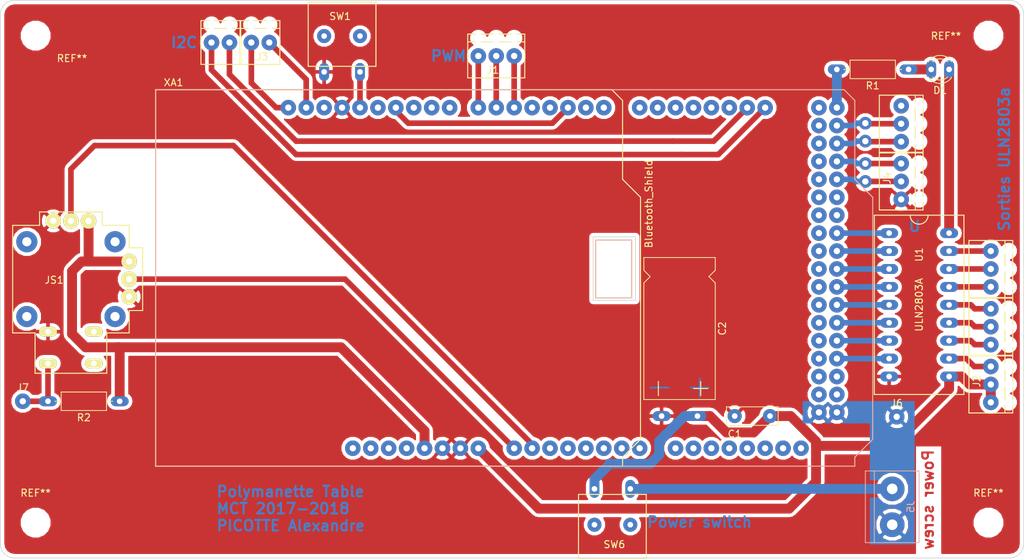
<source format=kicad_pcb>
(kicad_pcb (version 4) (host pcbnew 4.0.7)

  (general
    (links 61)
    (no_connects 2)
    (area 67.949999 68.449999 213.050001 148.248572)
    (thickness 1.6)
    (drawings 19)
    (tracks 134)
    (zones 0)
    (modules 21)
    (nets 92)
  )

  (page A4)
  (title_block
    (title "Manette table CORRIGÉ")
    (date 2018-06-30)
    (company CPNV)
    (comment 1 "PICOTTE Alexandre")
  )

  (layers
    (0 F.Cu signal)
    (31 B.Cu signal)
    (32 B.Adhes user hide)
    (33 F.Adhes user hide)
    (34 B.Paste user hide)
    (35 F.Paste user hide)
    (36 B.SilkS user)
    (37 F.SilkS user)
    (38 B.Mask user hide)
    (39 F.Mask user hide)
    (40 Dwgs.User user hide)
    (41 Cmts.User user hide)
    (42 Eco1.User user hide)
    (43 Eco2.User user hide)
    (44 Edge.Cuts user)
    (45 Margin user hide)
    (46 B.CrtYd user)
    (47 F.CrtYd user)
    (48 B.Fab user hide)
    (49 F.Fab user hide)
  )

  (setup
    (last_trace_width 0.25)
    (user_trace_width 0.8)
    (user_trace_width 1.4)
    (trace_clearance 0.2)
    (zone_clearance 0.508)
    (zone_45_only no)
    (trace_min 0.2)
    (segment_width 0.2)
    (edge_width 0.1)
    (via_size 0.6)
    (via_drill 0.4)
    (via_min_size 0.4)
    (via_min_drill 0.3)
    (user_via 1.8 0.9)
    (uvia_size 0.3)
    (uvia_drill 0.1)
    (uvias_allowed no)
    (uvia_min_size 0.2)
    (uvia_min_drill 0.1)
    (pcb_text_width 0.3)
    (pcb_text_size 1.5 1.5)
    (mod_edge_width 0.15)
    (mod_text_size 1 1)
    (mod_text_width 0.15)
    (pad_size 2.2 2.2)
    (pad_drill 0.9)
    (pad_to_mask_clearance 0)
    (aux_axis_origin 0 0)
    (grid_origin 68 147.5)
    (visible_elements 7FFFF7FF)
    (pcbplotparams
      (layerselection 0x01000_80000001)
      (usegerberextensions false)
      (excludeedgelayer false)
      (linewidth 0.100000)
      (plotframeref false)
      (viasonmask false)
      (mode 1)
      (useauxorigin false)
      (hpglpennumber 1)
      (hpglpenspeed 20)
      (hpglpendiameter 15)
      (hpglpenoverlay 2)
      (psnegative false)
      (psa4output false)
      (plotreference true)
      (plotvalue true)
      (plotinvisibletext false)
      (padsonsilk false)
      (subtractmaskfromsilk false)
      (outputformat 1)
      (mirror false)
      (drillshape 0)
      (scaleselection 1)
      (outputdirectory "Fichiers de production/"))
  )

  (net 0 "")
  (net 1 9.6V)
  (net 2 /9.6VDC)
  (net 3 "Net-(D1-Pad1)")
  (net 4 "Net-(D1-Pad2)")
  (net 5 "Net-(J1-Pad1)")
  (net 6 "Net-(J1-Pad2)")
  (net 7 "Net-(J1-Pad3)")
  (net 8 "Net-(J2-Pad6)")
  (net 9 "Net-(J2-Pad5)")
  (net 10 "Net-(J2-Pad7)")
  (net 11 "Net-(J2-Pad8)")
  (net 12 "Net-(J2-Pad4)")
  (net 13 "Net-(J2-Pad3)")
  (net 14 "Net-(J3-Pad4)")
  (net 15 "Net-(J3-Pad3)")
  (net 16 "Net-(J3-Pad1)")
  (net 17 "Net-(J3-Pad2)")
  (net 18 GND)
  (net 19 +5V)
  (net 20 Analog.readX)
  (net 21 Analog.readY)
  (net 22 "Net-(JS1-Pad7)")
  (net 23 "Net-(U1-Pad2)")
  (net 24 "Net-(U1-Pad1)")
  (net 25 "Net-(U1-Pad3)")
  (net 26 "Net-(U1-Pad4)")
  (net 27 "Net-(U1-Pad5)")
  (net 28 "Net-(U1-Pad6)")
  (net 29 "Net-(U1-Pad7)")
  (net 30 "Net-(U1-Pad8)")
  (net 31 /BT_3V3)
  (net 32 /BT_RESET)
  (net 33 "Net-(XA1-PadIORF)")
  (net 34 "Net-(XA1-PadD19)")
  (net 35 "Net-(XA1-PadD18)")
  (net 36 "Net-(XA1-PadD17)")
  (net 37 "Net-(XA1-PadD16)")
  (net 38 "Net-(XA1-PadD15)")
  (net 39 "Net-(XA1-PadD14)")
  (net 40 "Net-(XA1-PadD0)")
  (net 41 "Net-(XA1-PadD1)")
  (net 42 /BT_TX)
  (net 43 /BT_RX)
  (net 44 "Net-(XA1-PadAREF)")
  (net 45 "Net-(XA1-PadD12)")
  (net 46 "Net-(XA1-PadA2)")
  (net 47 "Net-(XA1-PadA3)")
  (net 48 "Net-(XA1-PadA4)")
  (net 49 "Net-(XA1-PadA5)")
  (net 50 "Net-(XA1-PadA8)")
  (net 51 "Net-(XA1-PadA9)")
  (net 52 "Net-(XA1-PadA10)")
  (net 53 "Net-(XA1-PadA11)")
  (net 54 "Net-(XA1-PadA12)")
  (net 55 "Net-(XA1-PadA13)")
  (net 56 "Net-(XA1-PadA14)")
  (net 57 "Net-(XA1-PadA15)")
  (net 58 "Net-(XA1-PadD28)")
  (net 59 "Net-(XA1-PadD30)")
  (net 60 "Net-(XA1-PadD32)")
  (net 61 "Net-(XA1-PadD34)")
  (net 62 "Net-(XA1-PadD36)")
  (net 63 "Net-(XA1-PadD38)")
  (net 64 "Net-(XA1-PadD40)")
  (net 65 "Net-(XA1-PadD42)")
  (net 66 "Net-(XA1-PadD48)")
  (net 67 "Net-(XA1-PadD53)")
  (net 68 "Net-(XA1-PadD22)")
  (net 69 "Net-(SW1-Pad1)")
  (net 70 "Net-(XA1-PadA6)")
  (net 71 "Net-(XA1-PadA7)")
  (net 72 "Net-(JS1-Pad9)")
  (net 73 "Net-(XA1-PadD44)")
  (net 74 "Net-(XA1-PadD46)")
  (net 75 "Net-(J4-Pad5)")
  (net 76 "Net-(J4-Pad4)")
  (net 77 "Net-(J4-Pad2)")
  (net 78 "Net-(J4-Pad3)")
  (net 79 "Net-(XA1-PadD24)")
  (net 80 "Net-(XA1-PadD26)")
  (net 81 "Net-(XA1-PadD31)")
  (net 82 "Net-(XA1-PadD33)")
  (net 83 "Net-(J7-Pad1)")
  (net 84 "Net-(J2-Pad9)")
  (net 85 "Net-(XA1-PadD4)")
  (net 86 "Net-(XA1-PadD8)")
  (net 87 "Net-(XA1-PadD9)")
  (net 88 "Net-(XA1-PadD10)")
  (net 89 "Net-(XA1-PadD50)")
  (net 90 "Net-(XA1-PadD51)")
  (net 91 "Net-(XA1-PadD52)")

  (net_class Default "Ceci est la Netclass par défaut"
    (clearance 0.2)
    (trace_width 0.25)
    (via_dia 0.6)
    (via_drill 0.4)
    (uvia_dia 0.3)
    (uvia_drill 0.1)
    (add_net +5V)
    (add_net /9.6VDC)
    (add_net /BT_3V3)
    (add_net /BT_RESET)
    (add_net /BT_RX)
    (add_net /BT_TX)
    (add_net 9.6V)
    (add_net Analog.readX)
    (add_net Analog.readY)
    (add_net GND)
    (add_net "Net-(D1-Pad1)")
    (add_net "Net-(D1-Pad2)")
    (add_net "Net-(J1-Pad1)")
    (add_net "Net-(J1-Pad2)")
    (add_net "Net-(J1-Pad3)")
    (add_net "Net-(J2-Pad3)")
    (add_net "Net-(J2-Pad4)")
    (add_net "Net-(J2-Pad5)")
    (add_net "Net-(J2-Pad6)")
    (add_net "Net-(J2-Pad7)")
    (add_net "Net-(J2-Pad8)")
    (add_net "Net-(J2-Pad9)")
    (add_net "Net-(J3-Pad1)")
    (add_net "Net-(J3-Pad2)")
    (add_net "Net-(J3-Pad3)")
    (add_net "Net-(J3-Pad4)")
    (add_net "Net-(J4-Pad2)")
    (add_net "Net-(J4-Pad3)")
    (add_net "Net-(J4-Pad4)")
    (add_net "Net-(J4-Pad5)")
    (add_net "Net-(J7-Pad1)")
    (add_net "Net-(JS1-Pad7)")
    (add_net "Net-(JS1-Pad9)")
    (add_net "Net-(SW1-Pad1)")
    (add_net "Net-(U1-Pad1)")
    (add_net "Net-(U1-Pad2)")
    (add_net "Net-(U1-Pad3)")
    (add_net "Net-(U1-Pad4)")
    (add_net "Net-(U1-Pad5)")
    (add_net "Net-(U1-Pad6)")
    (add_net "Net-(U1-Pad7)")
    (add_net "Net-(U1-Pad8)")
    (add_net "Net-(XA1-PadA10)")
    (add_net "Net-(XA1-PadA11)")
    (add_net "Net-(XA1-PadA12)")
    (add_net "Net-(XA1-PadA13)")
    (add_net "Net-(XA1-PadA14)")
    (add_net "Net-(XA1-PadA15)")
    (add_net "Net-(XA1-PadA2)")
    (add_net "Net-(XA1-PadA3)")
    (add_net "Net-(XA1-PadA4)")
    (add_net "Net-(XA1-PadA5)")
    (add_net "Net-(XA1-PadA6)")
    (add_net "Net-(XA1-PadA7)")
    (add_net "Net-(XA1-PadA8)")
    (add_net "Net-(XA1-PadA9)")
    (add_net "Net-(XA1-PadAREF)")
    (add_net "Net-(XA1-PadD0)")
    (add_net "Net-(XA1-PadD1)")
    (add_net "Net-(XA1-PadD10)")
    (add_net "Net-(XA1-PadD12)")
    (add_net "Net-(XA1-PadD14)")
    (add_net "Net-(XA1-PadD15)")
    (add_net "Net-(XA1-PadD16)")
    (add_net "Net-(XA1-PadD17)")
    (add_net "Net-(XA1-PadD18)")
    (add_net "Net-(XA1-PadD19)")
    (add_net "Net-(XA1-PadD22)")
    (add_net "Net-(XA1-PadD24)")
    (add_net "Net-(XA1-PadD26)")
    (add_net "Net-(XA1-PadD28)")
    (add_net "Net-(XA1-PadD30)")
    (add_net "Net-(XA1-PadD31)")
    (add_net "Net-(XA1-PadD32)")
    (add_net "Net-(XA1-PadD33)")
    (add_net "Net-(XA1-PadD34)")
    (add_net "Net-(XA1-PadD36)")
    (add_net "Net-(XA1-PadD38)")
    (add_net "Net-(XA1-PadD4)")
    (add_net "Net-(XA1-PadD40)")
    (add_net "Net-(XA1-PadD42)")
    (add_net "Net-(XA1-PadD44)")
    (add_net "Net-(XA1-PadD46)")
    (add_net "Net-(XA1-PadD48)")
    (add_net "Net-(XA1-PadD50)")
    (add_net "Net-(XA1-PadD51)")
    (add_net "Net-(XA1-PadD52)")
    (add_net "Net-(XA1-PadD53)")
    (add_net "Net-(XA1-PadD8)")
    (add_net "Net-(XA1-PadD9)")
    (add_net "Net-(XA1-PadIORF)")
  )

  (module Mounting_Holes:MountingHole_3.2mm_M3 (layer F.Cu) (tedit 5B239597) (tstamp 5B1AC30D)
    (at 208 142.5)
    (descr "Mounting Hole 3.2mm, no annular, M3")
    (tags "mounting hole 3.2mm no annular m3")
    (attr virtual)
    (fp_text reference REF** (at 0 -4.2) (layer F.SilkS)
      (effects (font (size 1 1) (thickness 0.15)))
    )
    (fp_text value MountingHole_3.2mm_M3 (at -5 4) (layer F.Fab) hide
      (effects (font (size 1 1) (thickness 0.15)))
    )
    (fp_text user %R (at 0.3 0) (layer F.Fab)
      (effects (font (size 1 1) (thickness 0.15)))
    )
    (fp_circle (center 0 0) (end 3.2 0) (layer Cmts.User) (width 0.15))
    (fp_circle (center 0 0) (end 3.45 0) (layer F.CrtYd) (width 0.05))
    (pad 1 np_thru_hole circle (at 0 0) (size 3.2 3.2) (drill 3.2) (layers *.Cu *.Mask))
  )

  (module Mounting_Holes:MountingHole_3.2mm_M3 (layer F.Cu) (tedit 5B239593) (tstamp 5B1AC305)
    (at 208 73.5)
    (descr "Mounting Hole 3.2mm, no annular, M3")
    (tags "mounting hole 3.2mm no annular m3")
    (attr virtual)
    (fp_text reference REF** (at -6.015 0.05) (layer F.SilkS)
      (effects (font (size 1 1) (thickness 0.15)))
    )
    (fp_text value MountingHole_3.2mm_M3 (at -9 -3) (layer F.Fab) hide
      (effects (font (size 1 1) (thickness 0.15)))
    )
    (fp_text user %R (at 0.3 0) (layer F.Fab)
      (effects (font (size 1 1) (thickness 0.15)))
    )
    (fp_circle (center 0 0) (end 3.2 0) (layer Cmts.User) (width 0.15))
    (fp_circle (center 0 0) (end 3.45 0) (layer F.CrtYd) (width 0.05))
    (pad 1 np_thru_hole circle (at 0 0) (size 3.2 3.2) (drill 3.2) (layers *.Cu *.Mask))
  )

  (module Mounting_Holes:MountingHole_3.2mm_M3 (layer F.Cu) (tedit 5B23958A) (tstamp 5B1AC2FD)
    (at 73 73.5)
    (descr "Mounting Hole 3.2mm, no annular, M3")
    (tags "mounting hole 3.2mm no annular m3")
    (attr virtual)
    (fp_text reference REF** (at 5.16 3.225) (layer F.SilkS)
      (effects (font (size 1 1) (thickness 0.15)))
    )
    (fp_text value MountingHole_3.2mm_M3 (at 5 -4) (layer F.Fab) hide
      (effects (font (size 1 1) (thickness 0.15)))
    )
    (fp_text user %R (at 0.3 0) (layer F.Fab)
      (effects (font (size 1 1) (thickness 0.15)))
    )
    (fp_circle (center 0 0) (end 3.2 0) (layer Cmts.User) (width 0.15))
    (fp_circle (center 0 0) (end 3.45 0) (layer F.CrtYd) (width 0.05))
    (pad 1 np_thru_hole circle (at 0 0) (size 3.2 3.2) (drill 3.2) (layers *.Cu *.Mask))
  )

  (module Manette_2018:LED_D3.0mm placed (layer F.Cu) (tedit 5B19513E) (tstamp 5B1AD74F)
    (at 202.425 78.285 180)
    (descr "LED, diameter 3.0mm, 2 pins")
    (tags "LED diameter 3.0mm 2 pins")
    (path /5B0FD566)
    (fp_text reference D1 (at 1.27 -2.96 180) (layer F.SilkS)
      (effects (font (size 1 1) (thickness 0.15)))
    )
    (fp_text value LED (at 1.27 2.96 180) (layer F.Fab)
      (effects (font (size 1 1) (thickness 0.15)))
    )
    (fp_arc (start 1.27 0) (end -0.23 -1.16619) (angle 284.3) (layer F.Fab) (width 0.1))
    (fp_arc (start 1.27 0) (end -0.29 -1.235516) (angle 108.8) (layer F.SilkS) (width 0.12))
    (fp_arc (start 1.27 0) (end -0.29 1.235516) (angle -108.8) (layer F.SilkS) (width 0.12))
    (fp_arc (start 1.27 0) (end 0.229039 -1.08) (angle 87.9) (layer F.SilkS) (width 0.12))
    (fp_arc (start 1.27 0) (end 0.229039 1.08) (angle -87.9) (layer F.SilkS) (width 0.12))
    (fp_circle (center 1.27 0) (end 2.77 0) (layer F.Fab) (width 0.1))
    (fp_line (start -0.23 -1.16619) (end -0.23 1.16619) (layer F.Fab) (width 0.1))
    (fp_line (start -0.29 -1.236) (end -0.29 -1.08) (layer F.SilkS) (width 0.12))
    (fp_line (start -0.29 1.08) (end -0.29 1.236) (layer F.SilkS) (width 0.12))
    (fp_line (start -1.15 -2.25) (end -1.15 2.25) (layer F.CrtYd) (width 0.05))
    (fp_line (start -1.15 2.25) (end 3.7 2.25) (layer F.CrtYd) (width 0.05))
    (fp_line (start 3.7 2.25) (end 3.7 -2.25) (layer F.CrtYd) (width 0.05))
    (fp_line (start 3.7 -2.25) (end -1.15 -2.25) (layer F.CrtYd) (width 0.05))
    (pad 1 thru_hole oval (at 0 0 180) (size 1.4 2.54) (drill 0.8) (layers *.Cu *.Mask)
      (net 3 "Net-(D1-Pad1)"))
    (pad 2 thru_hole oval (at 2.54 0 180) (size 1.4 2.54) (drill 0.8) (layers *.Cu *.Mask)
      (net 4 "Net-(D1-Pad2)"))
    (model ${KISYS3DMOD}/LEDs.3dshapes/LED_D3.0mm.wrl
      (at (xyz 0 0 0))
      (scale (xyz 0.393701 0.393701 0.393701))
      (rotate (xyz 0 0 0))
    )
  )

  (module Manette_2018:Screw_terminal_3_P2.54mm placed (layer F.Cu) (tedit 5B2395A7) (tstamp 5B1AD760)
    (at 140.8 76.38 180)
    (path /5B1A9D03)
    (fp_text reference J1 (at 3 -2 180) (layer F.SilkS)
      (effects (font (size 1 1) (thickness 0.15)))
    )
    (fp_text value Screw_Terminal_01x03 (at -9.525 3.81 180) (layer F.Fab) hide
      (effects (font (size 1 1) (thickness 0.15)))
    )
    (fp_line (start 6.5 2) (end -1.5 2) (layer F.SilkS) (width 0.15))
    (fp_line (start 6.58 3.1) (end 6.58 0) (layer F.SilkS) (width 0.15))
    (fp_line (start -1.5 3.1) (end 6.58 3.1) (layer F.SilkS) (width 0.15))
    (fp_line (start -1.5 3.1) (end -1.5 0) (layer F.SilkS) (width 0.15))
    (fp_line (start 6.58 0) (end 6.58 -3.1) (layer F.SilkS) (width 0.15))
    (fp_line (start -1.5 -3.1) (end 6.58 -3.1) (layer F.SilkS) (width 0.15))
    (fp_line (start -1.5 0) (end -1.5 -3.1) (layer F.SilkS) (width 0.15))
    (pad 1 thru_hole circle (at 0 0 180) (size 2.2 2.2) (drill 0.9) (layers *.Cu *.Mask)
      (net 5 "Net-(J1-Pad1)"))
    (pad 2 thru_hole circle (at 2.54 0 180) (size 2.2 2.2) (drill 0.9) (layers *.Cu *.Mask)
      (net 6 "Net-(J1-Pad2)"))
    (pad 3 thru_hole circle (at 5.08 0 180) (size 2.2 2.2) (drill 0.9) (layers *.Cu *.Mask)
      (net 7 "Net-(J1-Pad3)"))
    (pad "" np_thru_hole circle (at 0 2.54 180) (size 1.3 1.3) (drill 1.3) (layers *.Cu *.Mask))
    (pad "" np_thru_hole circle (at 2.54 2.54 180) (size 1.3 1.3) (drill 1.3) (layers *.Cu *.Mask))
    (pad "" np_thru_hole circle (at 5.08 2.54 180) (size 1.3 1.3) (drill 1.3) (layers *.Cu *.Mask))
  )

  (module Manette_2018:Screw_terminal_2x2_P2.54mm placed (layer F.Cu) (tedit 5B1E688F) (tstamp 5B1AD7A4)
    (at 106.1 74.475 180)
    (path /5B164479)
    (fp_text reference J3 (at 1 -2 180) (layer F.SilkS)
      (effects (font (size 1 1) (thickness 0.15)))
    )
    (fp_text value Screw_Terminal_01x04 (at 18.95 2.665 180) (layer F.Fab)
      (effects (font (size 1 1) (thickness 0.15)))
    )
    (fp_line (start 4.14 0) (end 4.14 -3.1) (layer F.SilkS) (width 0.15))
    (fp_line (start 4.14 -3.1) (end 9.68 -3.1) (layer F.SilkS) (width 0.15))
    (fp_line (start 4.14 3.1) (end 4.14 0) (layer F.SilkS) (width 0.15))
    (fp_line (start 4.14 3.1) (end 9.68 3.1) (layer F.SilkS) (width 0.15))
    (fp_line (start 9.68 2) (end 4.14 2) (layer F.SilkS) (width 0.15))
    (fp_line (start 9.68 -3.1) (end 9.68 3.1) (layer F.SilkS) (width 0.15))
    (fp_line (start 4.04 -3.1) (end 4.04 3.1) (layer F.SilkS) (width 0.15))
    (fp_line (start 4.04 2) (end -1.5 2) (layer F.SilkS) (width 0.15))
    (fp_line (start -1.5 3.1) (end 4.04 3.1) (layer F.SilkS) (width 0.15))
    (fp_line (start -1.5 3.1) (end -1.5 0) (layer F.SilkS) (width 0.15))
    (fp_line (start -1.5 -3.1) (end 4.04 -3.1) (layer F.SilkS) (width 0.15))
    (fp_line (start -1.5 0) (end -1.5 -3.1) (layer F.SilkS) (width 0.15))
    (pad "" np_thru_hole circle (at 8.18 2.54 180) (size 1.3 1.3) (drill 1.3) (layers *.Cu *.Mask))
    (pad "" np_thru_hole circle (at 5.64 2.54 180) (size 1.3 1.3) (drill 1.3) (layers *.Cu *.Mask))
    (pad 4 thru_hole circle (at 8.18 0 180) (size 2.2 2.2) (drill 0.9) (layers *.Cu *.Mask)
      (net 14 "Net-(J3-Pad4)"))
    (pad 3 thru_hole circle (at 5.64 0 180) (size 2.2 2.2) (drill 0.9) (layers *.Cu *.Mask)
      (net 15 "Net-(J3-Pad3)"))
    (pad 1 thru_hole circle (at 0 0 180) (size 2.2 2.2) (drill 0.9) (layers *.Cu *.Mask)
      (net 16 "Net-(J3-Pad1)"))
    (pad 2 thru_hole circle (at 2.54 0 180) (size 2.2 2.2) (drill 0.9) (layers *.Cu *.Mask)
      (net 17 "Net-(J3-Pad2)"))
    (pad "" np_thru_hole circle (at 0 2.54 180) (size 1.3 1.3) (drill 1.3) (layers *.Cu *.Mask))
    (pad "" np_thru_hole circle (at 2.54 2.54 180) (size 1.3 1.3) (drill 1.3) (layers *.Cu *.Mask))
  )

  (module Manette_2018:TerminalBlock_bornier-2_P5.08mm placed (layer B.Cu) (tedit 5B276354) (tstamp 5B1AD7B9)
    (at 194.365 142.795 90)
    (descr "simple 2-pin terminal block, pitch 5.08mm, revamped version of bornier2")
    (tags "terminal block bornier2")
    (path /5B111BD1)
    (fp_text reference J5 (at 2.54 2.635 90) (layer B.SilkS)
      (effects (font (size 1 1) (thickness 0.15)) (justify mirror))
    )
    (fp_text value Screw_Terminal_01x02 (at 3.175 -5.08 90) (layer B.Fab) hide
      (effects (font (size 1 1) (thickness 0.15)) (justify mirror))
    )
    (fp_text user %R (at 2.54 0 90) (layer B.Fab)
      (effects (font (size 1 1) (thickness 0.15)) (justify mirror))
    )
    (fp_line (start -2.41 -2.55) (end 7.49 -2.55) (layer B.Fab) (width 0.1))
    (fp_line (start -2.46 3.75) (end -2.46 -3.75) (layer B.Fab) (width 0.1))
    (fp_line (start -2.46 -3.75) (end 7.54 -3.75) (layer B.Fab) (width 0.1))
    (fp_line (start 7.54 -3.75) (end 7.54 3.75) (layer B.Fab) (width 0.1))
    (fp_line (start 7.54 3.75) (end -2.46 3.75) (layer B.Fab) (width 0.1))
    (fp_line (start 7.62 -2.54) (end -2.54 -2.54) (layer B.SilkS) (width 0.12))
    (fp_line (start 7.62 -3.81) (end 7.62 3.81) (layer B.SilkS) (width 0.12))
    (fp_line (start 7.62 3.81) (end -2.54 3.81) (layer B.SilkS) (width 0.12))
    (fp_line (start -2.54 3.81) (end -2.54 -3.81) (layer B.SilkS) (width 0.12))
    (fp_line (start -2.54 -3.81) (end 7.62 -3.81) (layer B.SilkS) (width 0.12))
    (fp_line (start -2.71 4) (end 7.79 4) (layer B.CrtYd) (width 0.05))
    (fp_line (start -2.71 4) (end -2.71 -4) (layer B.CrtYd) (width 0.05))
    (fp_line (start 7.79 -4) (end 7.79 4) (layer B.CrtYd) (width 0.05))
    (fp_line (start 7.79 -4) (end -2.71 -4) (layer B.CrtYd) (width 0.05))
    (pad 1 thru_hole circle (at 0 0 90) (size 3.5 3.5) (drill 1.5) (layers *.Cu *.Mask)
      (net 18 GND))
    (pad 2 thru_hole circle (at 5.08 0 90) (size 3.5 3.5) (drill 1.5) (layers *.Cu *.Mask)
      (net 2 /9.6VDC))
    (model ${KISYS3DMOD}/Terminal_Blocks.3dshapes/TerminalBlock_bornier-2_P5.08mm.wrl
      (at (xyz 0.1 0 0))
      (scale (xyz 1 1 1))
      (rotate (xyz 0 0 0))
    )
  )

  (module Manette_2018:R_Axial_DIN0207_L6.3mm_D2.5mm_P10.16mm_Horizontal placed (layer F.Cu) (tedit 5B195162) (tstamp 5B1AD80F)
    (at 196.68 78.285 180)
    (descr "Resistor, Axial_DIN0207 series, Axial, Horizontal, pin pitch=10.16mm, 0.25W = 1/4W, length*diameter=6.3*2.5mm^2, http://cdn-reichelt.de/documents/datenblatt/B400/1_4W%23YAG.pdf")
    (tags "Resistor Axial_DIN0207 series Axial Horizontal pin pitch 10.16mm 0.25W = 1/4W length 6.3mm diameter 2.5mm")
    (path /5B136B9C)
    (fp_text reference R1 (at 5.08 -2.31 180) (layer F.SilkS)
      (effects (font (size 1 1) (thickness 0.15)))
    )
    (fp_text value 330 (at 5.08 2.31 180) (layer F.Fab)
      (effects (font (size 1 1) (thickness 0.15)))
    )
    (fp_line (start 1.93 -1.25) (end 1.93 1.25) (layer F.Fab) (width 0.1))
    (fp_line (start 1.93 1.25) (end 8.23 1.25) (layer F.Fab) (width 0.1))
    (fp_line (start 8.23 1.25) (end 8.23 -1.25) (layer F.Fab) (width 0.1))
    (fp_line (start 8.23 -1.25) (end 1.93 -1.25) (layer F.Fab) (width 0.1))
    (fp_line (start 0 0) (end 1.93 0) (layer F.Fab) (width 0.1))
    (fp_line (start 10.16 0) (end 8.23 0) (layer F.Fab) (width 0.1))
    (fp_line (start 1.87 -1.31) (end 1.87 1.31) (layer F.SilkS) (width 0.12))
    (fp_line (start 1.87 1.31) (end 8.29 1.31) (layer F.SilkS) (width 0.12))
    (fp_line (start 8.29 1.31) (end 8.29 -1.31) (layer F.SilkS) (width 0.12))
    (fp_line (start 8.29 -1.31) (end 1.87 -1.31) (layer F.SilkS) (width 0.12))
    (fp_line (start 0.98 0) (end 1.87 0) (layer F.SilkS) (width 0.12))
    (fp_line (start 9.18 0) (end 8.29 0) (layer F.SilkS) (width 0.12))
    (fp_line (start -1.05 -1.6) (end -1.05 1.6) (layer F.CrtYd) (width 0.05))
    (fp_line (start -1.05 1.6) (end 11.25 1.6) (layer F.CrtYd) (width 0.05))
    (fp_line (start 11.25 1.6) (end 11.25 -1.6) (layer F.CrtYd) (width 0.05))
    (fp_line (start 11.25 -1.6) (end -1.05 -1.6) (layer F.CrtYd) (width 0.05))
    (pad 1 thru_hole oval (at 0 0 180) (size 2.54 1.4) (drill 0.8) (layers *.Cu *.Mask)
      (net 4 "Net-(D1-Pad2)"))
    (pad 2 thru_hole oval (at 10.16 0 180) (size 2.54 1.4) (drill 0.8) (layers *.Cu *.Mask)
      (net 19 +5V))
    (model ${KISYS3DMOD}/Resistors_THT.3dshapes/R_Axial_DIN0207_L6.3mm_D2.5mm_P10.16mm_Horizontal.wrl
      (at (xyz 0 0 0))
      (scale (xyz 0.393701 0.393701 0.393701))
      (rotate (xyz 0 0 0))
    )
  )

  (module Mounting_Holes:MountingHole_3.2mm_M3 (layer F.Cu) (tedit 5B2395A1) (tstamp 5B1AC2E2)
    (at 73 142.5)
    (descr "Mounting Hole 3.2mm, no annular, M3")
    (tags "mounting hole 3.2mm no annular m3")
    (attr virtual)
    (fp_text reference REF** (at 0 -4.2) (layer F.SilkS)
      (effects (font (size 1 1) (thickness 0.15)))
    )
    (fp_text value MountingHole_3.2mm_M3 (at 10 3) (layer F.Fab) hide
      (effects (font (size 1 1) (thickness 0.15)))
    )
    (fp_text user %R (at 0.3 0) (layer F.Fab)
      (effects (font (size 1 1) (thickness 0.15)))
    )
    (fp_circle (center 0 0) (end 3.2 0) (layer Cmts.User) (width 0.15))
    (fp_circle (center 0 0) (end 3.45 0) (layer F.CrtYd) (width 0.05))
    (pad 1 np_thru_hole circle (at 0 0) (size 3.2 3.2) (drill 3.2) (layers *.Cu *.Mask))
  )

  (module Manette_2018:CP_Radial_Couchée_D10.0mm_P5.00mm (layer F.Cu) (tedit 5B3605D2) (tstamp 5B1A9C3C)
    (at 164.23 104.5 270)
    (descr "CP, Axial series, Axial, Horizontal, pin pitch=26mm, , length*diameter=20*10mm^2, Electrolytic Capacitor, , http://www.kemet.com/Lists/ProductCatalog/Attachments/424/KEM_AC102.pdf")
    (tags "CP Axial series Axial Horizontal pin pitch 26mm  length 20mm diameter 10mm Electrolytic Capacitor")
    (path /5B156818)
    (fp_text reference C2 (at 10.5 -6.06 270) (layer F.SilkS)
      (effects (font (size 1 1) (thickness 0.15)))
    )
    (fp_text value 470µF (at -0.815 0.48 360) (layer F.Fab)
      (effects (font (size 1 1) (thickness 0.15)))
    )
    (fp_line (start 18 3) (end 20 3) (layer F.SilkS) (width 0.15))
    (fp_line (start 18 -3) (end 20 -3) (layer F.SilkS) (width 0.15))
    (fp_line (start 19 -4) (end 19 -2) (layer F.SilkS) (width 0.15))
    (fp_line (start 0.5 -5) (end 0.5 5) (layer F.Fab) (width 0.1))
    (fp_line (start 20.5 -5) (end 20.5 5) (layer F.Fab) (width 0.1))
    (fp_line (start 0.5 -5) (end 2.24 -5) (layer F.Fab) (width 0.1))
    (fp_line (start 2.24 -5) (end 3.14 -4.1) (layer F.Fab) (width 0.1))
    (fp_line (start 3.14 -4.1) (end 4.04 -5) (layer F.Fab) (width 0.1))
    (fp_line (start 4.04 -5) (end 20.5 -5) (layer F.Fab) (width 0.1))
    (fp_line (start 0.5 5) (end 2.24 5) (layer F.Fab) (width 0.1))
    (fp_line (start 2.24 5) (end 3.14 4.1) (layer F.Fab) (width 0.1))
    (fp_line (start 3.14 4.1) (end 4.04 5) (layer F.Fab) (width 0.1))
    (fp_line (start 4.04 5) (end 20.5 5) (layer F.Fab) (width 0.1))
    (fp_line (start 0.44 -5.06) (end 0.44 5.06) (layer F.SilkS) (width 0.12))
    (fp_line (start 20.56 -5.06) (end 20.56 5.06) (layer F.SilkS) (width 0.12))
    (fp_line (start 0.44 -5.06) (end 2.24 -5.06) (layer F.SilkS) (width 0.12))
    (fp_line (start 2.24 -5.06) (end 3.14 -4.16) (layer F.SilkS) (width 0.12))
    (fp_line (start 3.14 -4.16) (end 4.04 -5.06) (layer F.SilkS) (width 0.12))
    (fp_line (start 4.04 -5.06) (end 20.56 -5.06) (layer F.SilkS) (width 0.12))
    (fp_line (start 0.44 5.06) (end 2.24 5.06) (layer F.SilkS) (width 0.12))
    (fp_line (start 2.24 5.06) (end 3.14 4.16) (layer F.SilkS) (width 0.12))
    (fp_line (start 3.14 4.16) (end 4.04 5.06) (layer F.SilkS) (width 0.12))
    (fp_line (start 4.04 5.06) (end 20.56 5.06) (layer F.SilkS) (width 0.12))
    (fp_line (start -0.14 -5.35) (end -0.14 5.35) (layer F.CrtYd) (width 0.05))
    (fp_line (start -0.14 5.35) (end 24.95 5.35) (layer F.CrtYd) (width 0.05))
    (fp_line (start 24.95 5.35) (end 24.95 -5.35) (layer F.CrtYd) (width 0.05))
    (fp_line (start 24.95 -5.35) (end -0.14 -5.35) (layer F.CrtYd) (width 0.05))
    (fp_text user %R (at 10.5 0 270) (layer F.Fab)
      (effects (font (size 1 1) (thickness 0.15)))
    )
    (pad 1 thru_hole oval (at 22.9 -2.54 270) (size 1.4 2.54) (drill 0.8) (layers *.Cu *.Mask)
      (net 1 9.6V))
    (pad 2 thru_hole oval (at 22.9 2.54 270) (size 1.4 2.54) (drill 0.8) (layers *.Cu *.Mask)
      (net 18 GND))
    (model ${KISYS3DMOD}/Capacitors_THT.3dshapes/CP_Axial_L20.0mm_D10.0mm_P26.00mm_Horizontal.wrl
      (at (xyz 0 0 0))
      (scale (xyz 1 1 1))
      (rotate (xyz 0 0 0))
    )
  )

  (module Manette_2018:R_Axial_DIN0207_L6.3mm_D2.5mm_P10.16mm_Horizontal (layer F.Cu) (tedit 5B195162) (tstamp 5B1FD03B)
    (at 84.91 125.305 180)
    (descr "Resistor, Axial_DIN0207 series, Axial, Horizontal, pin pitch=10.16mm, 0.25W = 1/4W, length*diameter=6.3*2.5mm^2, http://cdn-reichelt.de/documents/datenblatt/B400/1_4W%23YAG.pdf")
    (tags "Resistor Axial_DIN0207 series Axial Horizontal pin pitch 10.16mm 0.25W = 1/4W length 6.3mm diameter 2.5mm")
    (path /5B1FF0B9)
    (fp_text reference R2 (at 5.08 -2.31 180) (layer F.SilkS)
      (effects (font (size 1 1) (thickness 0.15)))
    )
    (fp_text value 4K7 (at 5.08 2.31 180) (layer F.Fab)
      (effects (font (size 1 1) (thickness 0.15)))
    )
    (fp_line (start 1.93 -1.25) (end 1.93 1.25) (layer F.Fab) (width 0.1))
    (fp_line (start 1.93 1.25) (end 8.23 1.25) (layer F.Fab) (width 0.1))
    (fp_line (start 8.23 1.25) (end 8.23 -1.25) (layer F.Fab) (width 0.1))
    (fp_line (start 8.23 -1.25) (end 1.93 -1.25) (layer F.Fab) (width 0.1))
    (fp_line (start 0 0) (end 1.93 0) (layer F.Fab) (width 0.1))
    (fp_line (start 10.16 0) (end 8.23 0) (layer F.Fab) (width 0.1))
    (fp_line (start 1.87 -1.31) (end 1.87 1.31) (layer F.SilkS) (width 0.12))
    (fp_line (start 1.87 1.31) (end 8.29 1.31) (layer F.SilkS) (width 0.12))
    (fp_line (start 8.29 1.31) (end 8.29 -1.31) (layer F.SilkS) (width 0.12))
    (fp_line (start 8.29 -1.31) (end 1.87 -1.31) (layer F.SilkS) (width 0.12))
    (fp_line (start 0.98 0) (end 1.87 0) (layer F.SilkS) (width 0.12))
    (fp_line (start 9.18 0) (end 8.29 0) (layer F.SilkS) (width 0.12))
    (fp_line (start -1.05 -1.6) (end -1.05 1.6) (layer F.CrtYd) (width 0.05))
    (fp_line (start -1.05 1.6) (end 11.25 1.6) (layer F.CrtYd) (width 0.05))
    (fp_line (start 11.25 1.6) (end 11.25 -1.6) (layer F.CrtYd) (width 0.05))
    (fp_line (start 11.25 -1.6) (end -1.05 -1.6) (layer F.CrtYd) (width 0.05))
    (pad 1 thru_hole oval (at 0 0 180) (size 2.54 1.4) (drill 0.8) (layers *.Cu *.Mask)
      (net 19 +5V))
    (pad 2 thru_hole oval (at 10.16 0 180) (size 2.54 1.4) (drill 0.8) (layers *.Cu *.Mask)
      (net 83 "Net-(J7-Pad1)"))
    (model ${KISYS3DMOD}/Resistors_THT.3dshapes/R_Axial_DIN0207_L6.3mm_D2.5mm_P10.16mm_Horizontal.wrl
      (at (xyz 0 0 0))
      (scale (xyz 0.393701 0.393701 0.393701))
      (rotate (xyz 0 0 0))
    )
  )

  (module Manette_2018:C_Rect_L7.2mm_W2.5mm_P5.00mm_FKS2_FKP2_MKS2_MKP2 placed (layer F.Cu) (tedit 5B3605DF) (tstamp 5B1AD66E)
    (at 172.045 127.4 180)
    (descr "C, Rect series, Radial, pin pitch=5.00mm, , length*width=7.2*2.5mm^2, Capacitor, http://www.wima.com/EN/WIMA_FKS_2.pdf")
    (tags "C Rect series Radial pin pitch 5.00mm  length 7.2mm width 2.5mm Capacitor")
    (path /5B156A41)
    (fp_text reference C1 (at 0 -2.54 180) (layer F.SilkS)
      (effects (font (size 1 1) (thickness 0.15)))
    )
    (fp_text value 100nF (at -0.635 2.54 180) (layer F.Fab)
      (effects (font (size 1 1) (thickness 0.15)))
    )
    (fp_line (start -6.1 -1.25) (end -6.1 1.25) (layer F.Fab) (width 0.1))
    (fp_line (start -6.1 1.25) (end 1.1 1.25) (layer F.Fab) (width 0.1))
    (fp_line (start 1.1 1.25) (end 1.1 -1.25) (layer F.Fab) (width 0.1))
    (fp_line (start 1.1 -1.25) (end -6.1 -1.25) (layer F.Fab) (width 0.1))
    (fp_line (start -6.16 -1.31) (end 1.16 -1.31) (layer F.SilkS) (width 0.12))
    (fp_line (start -6.16 1.31) (end 1.16 1.31) (layer F.SilkS) (width 0.12))
    (fp_line (start -6.16 -1.31) (end -6.16 1.31) (layer F.SilkS) (width 0.12))
    (fp_line (start 1.16 -1.31) (end 1.16 1.31) (layer F.SilkS) (width 0.12))
    (fp_line (start -6.45 -1.6) (end -6.45 1.6) (layer F.CrtYd) (width 0.05))
    (fp_line (start -6.45 1.6) (end 1.45 1.6) (layer F.CrtYd) (width 0.05))
    (fp_line (start 1.45 1.6) (end 1.45 -1.6) (layer F.CrtYd) (width 0.05))
    (fp_line (start 1.45 -1.6) (end -6.45 -1.6) (layer F.CrtYd) (width 0.05))
    (fp_text user %R (at -2.46 0 180) (layer F.Fab)
      (effects (font (size 1 1) (thickness 0.15)))
    )
    (pad 1 thru_hole circle (at -5 0 180) (size 2 2) (drill 0.8) (layers *.Cu *.Mask)
      (net 1 9.6V))
    (pad 2 thru_hole circle (at 0 0 180) (size 2 2) (drill 0.8) (layers *.Cu *.Mask)
      (net 18 GND))
    (model ${KISYS3DMOD}/Capacitors_THT.3dshapes/C_Rect_L7.2mm_W2.5mm_P5.00mm_FKS2_FKP2_MKS2_MKP2.wrl
      (at (xyz 0 0 0))
      (scale (xyz 1 1 1))
      (rotate (xyz 0 0 0))
    )
  )

  (module Polymanette_2018:Screw_terminal_3x3_P2.54mm (layer F.Cu) (tedit 5B239241) (tstamp 5B239C94)
    (at 208.335 125.46 90)
    (path /5B23CAAA)
    (fp_text reference J2 (at 3 -2 90) (layer F.SilkS)
      (effects (font (size 1 1) (thickness 0.15)))
    )
    (fp_text value Screw_Terminal_01x09 (at 32.57 -0.635 90) (layer F.Fab) hide
      (effects (font (size 1 1) (thickness 0.15)))
    )
    (fp_line (start 22.86 2) (end 14.86 2) (layer F.SilkS) (width 0.15))
    (fp_line (start 22.94 3.1) (end 22.94 0) (layer F.SilkS) (width 0.15))
    (fp_line (start 14.86 3.1) (end 22.94 3.1) (layer F.SilkS) (width 0.15))
    (fp_line (start 14.86 3.1) (end 14.86 0) (layer F.SilkS) (width 0.15))
    (fp_line (start 22.94 0) (end 22.94 -3.1) (layer F.SilkS) (width 0.15))
    (fp_line (start 14.86 -3.1) (end 22.94 -3.1) (layer F.SilkS) (width 0.15))
    (fp_line (start 14.86 0) (end 14.86 -3.1) (layer F.SilkS) (width 0.15))
    (fp_line (start 6.68 0) (end 6.68 -3.1) (layer F.SilkS) (width 0.15))
    (fp_line (start 6.68 -3.1) (end 14.76 -3.1) (layer F.SilkS) (width 0.15))
    (fp_line (start 14.76 0) (end 14.76 -3.1) (layer F.SilkS) (width 0.15))
    (fp_line (start 6.68 3.1) (end 6.68 0) (layer F.SilkS) (width 0.15))
    (fp_line (start 6.68 3.1) (end 14.76 3.1) (layer F.SilkS) (width 0.15))
    (fp_line (start 14.76 3.1) (end 14.76 0) (layer F.SilkS) (width 0.15))
    (fp_line (start 14.68 2) (end 6.68 2) (layer F.SilkS) (width 0.15))
    (fp_line (start 6.5 2) (end -1.5 2) (layer F.SilkS) (width 0.15))
    (fp_line (start 6.58 3.1) (end 6.58 0) (layer F.SilkS) (width 0.15))
    (fp_line (start -1.5 3.1) (end 6.58 3.1) (layer F.SilkS) (width 0.15))
    (fp_line (start -1.5 3.1) (end -1.5 0) (layer F.SilkS) (width 0.15))
    (fp_line (start 6.58 0) (end 6.58 -3.1) (layer F.SilkS) (width 0.15))
    (fp_line (start -1.5 -3.1) (end 6.58 -3.1) (layer F.SilkS) (width 0.15))
    (fp_line (start -1.5 0) (end -1.5 -3.1) (layer F.SilkS) (width 0.15))
    (pad 7 thru_hole circle (at 16.36 0 90) (size 2.2 2.2) (drill 0.9) (layers *.Cu *.Mask)
      (net 10 "Net-(J2-Pad7)"))
    (pad 8 thru_hole circle (at 18.9 0 90) (size 2.2 2.2) (drill 0.9) (layers *.Cu *.Mask)
      (net 11 "Net-(J2-Pad8)"))
    (pad 9 thru_hole circle (at 21.44 0 90) (size 2.2 2.2) (drill 0.9) (layers *.Cu *.Mask)
      (net 84 "Net-(J2-Pad9)"))
    (pad "" np_thru_hole circle (at 16.36 2.54 90) (size 1.3 1.3) (drill 1.3) (layers *.Cu *.Mask))
    (pad "" np_thru_hole circle (at 18.9 2.54 90) (size 1.3 1.3) (drill 1.3) (layers *.Cu *.Mask))
    (pad "" np_thru_hole circle (at 21.44 2.54 90) (size 1.3 1.3) (drill 1.3) (layers *.Cu *.Mask))
    (pad "" np_thru_hole circle (at 13.26 2.54 90) (size 1.3 1.3) (drill 1.3) (layers *.Cu *.Mask))
    (pad "" np_thru_hole circle (at 10.72 2.54 90) (size 1.3 1.3) (drill 1.3) (layers *.Cu *.Mask))
    (pad "" np_thru_hole circle (at 8.18 2.54 90) (size 1.3 1.3) (drill 1.3) (layers *.Cu *.Mask))
    (pad 6 thru_hole circle (at 13.26 0 90) (size 2.2 2.2) (drill 0.9) (layers *.Cu *.Mask)
      (net 8 "Net-(J2-Pad6)"))
    (pad 5 thru_hole circle (at 10.72 0 90) (size 2.2 2.2) (drill 0.9) (layers *.Cu *.Mask)
      (net 9 "Net-(J2-Pad5)"))
    (pad 4 thru_hole circle (at 8.18 0 90) (size 2.2 2.2) (drill 0.9) (layers *.Cu *.Mask)
      (net 12 "Net-(J2-Pad4)"))
    (pad 1 thru_hole circle (at 0 0 90) (size 2.2 2.2) (drill 0.9) (layers *.Cu *.Mask)
      (net 1 9.6V))
    (pad 2 thru_hole circle (at 2.54 0 90) (size 2.2 2.2) (drill 0.9) (layers *.Cu *.Mask)
      (net 1 9.6V))
    (pad 3 thru_hole circle (at 5.08 0 90) (size 2.2 2.2) (drill 0.9) (layers *.Cu *.Mask)
      (net 13 "Net-(J2-Pad3)"))
    (pad "" np_thru_hole circle (at 0 2.54 90) (size 1.3 1.3) (drill 1.3) (layers *.Cu *.Mask))
    (pad "" np_thru_hole circle (at 2.54 2.54 90) (size 1.3 1.3) (drill 1.3) (layers *.Cu *.Mask))
    (pad "" np_thru_hole circle (at 5.08 2.54 90) (size 1.3 1.3) (drill 1.3) (layers *.Cu *.Mask))
  )

  (module Polymanette_2018:Screw_terminal_2x3_P2.54mm (layer F.Cu) (tedit 5B23972A) (tstamp 5B1E7EE0)
    (at 195.635 96.7 90)
    (path /5B1EC5E6)
    (fp_text reference J4 (at 3 -2 90) (layer F.SilkS)
      (effects (font (size 1 1) (thickness 0.15)))
    )
    (fp_text value Screw_Terminal_01x05 (at 6.35 3.81 90) (layer F.Fab)
      (effects (font (size 1 1) (thickness 0.15)))
    )
    (fp_line (start 6.68 0) (end 6.68 -3.1) (layer F.SilkS) (width 0.15))
    (fp_line (start 6.68 -3.1) (end 14.76 -3.1) (layer F.SilkS) (width 0.15))
    (fp_line (start 14.76 0) (end 14.76 -3.1) (layer F.SilkS) (width 0.15))
    (fp_line (start 6.68 3.1) (end 6.68 0) (layer F.SilkS) (width 0.15))
    (fp_line (start 6.68 3.1) (end 14.76 3.1) (layer F.SilkS) (width 0.15))
    (fp_line (start 14.76 3.1) (end 14.76 0) (layer F.SilkS) (width 0.15))
    (fp_line (start 14.68 2) (end 6.68 2) (layer F.SilkS) (width 0.15))
    (fp_line (start 6.5 2) (end -1.5 2) (layer F.SilkS) (width 0.15))
    (fp_line (start 6.58 3.1) (end 6.58 0) (layer F.SilkS) (width 0.15))
    (fp_line (start -1.5 3.1) (end 6.58 3.1) (layer F.SilkS) (width 0.15))
    (fp_line (start -1.5 3.1) (end -1.5 0) (layer F.SilkS) (width 0.15))
    (fp_line (start 6.58 0) (end 6.58 -3.1) (layer F.SilkS) (width 0.15))
    (fp_line (start -1.5 -3.1) (end 6.58 -3.1) (layer F.SilkS) (width 0.15))
    (fp_line (start -1.5 0) (end -1.5 -3.1) (layer F.SilkS) (width 0.15))
    (pad "" np_thru_hole circle (at 13.26 2.54 90) (size 1.3 1.3) (drill 1.3) (layers *.Cu *.Mask))
    (pad "" np_thru_hole circle (at 10.72 2.54 90) (size 1.3 1.3) (drill 1.3) (layers *.Cu *.Mask))
    (pad "" np_thru_hole circle (at 8.18 2.54 90) (size 1.3 1.3) (drill 1.3) (layers *.Cu *.Mask))
    (pad "" thru_hole circle (at 13.26 0 90) (size 2.2 2.2) (drill 0.9) (layers *.Cu *.Mask))
    (pad 5 thru_hole circle (at 10.72 0 90) (size 2.2 2.2) (drill 0.9) (layers *.Cu *.Mask)
      (net 75 "Net-(J4-Pad5)"))
    (pad 4 thru_hole circle (at 8.18 0 90) (size 2.2 2.2) (drill 0.9) (layers *.Cu *.Mask)
      (net 76 "Net-(J4-Pad4)"))
    (pad 1 thru_hole circle (at 0 0 90) (size 2.2 2.2) (drill 0.9) (layers *.Cu *.Mask)
      (net 18 GND))
    (pad 2 thru_hole circle (at 2.54 0 90) (size 2.2 2.2) (drill 0.9) (layers *.Cu *.Mask)
      (net 77 "Net-(J4-Pad2)"))
    (pad 3 thru_hole circle (at 5.08 0 90) (size 2.2 2.2) (drill 0.9) (layers *.Cu *.Mask)
      (net 78 "Net-(J4-Pad3)"))
    (pad "" np_thru_hole circle (at 0 2.54 90) (size 1.3 1.3) (drill 1.3) (layers *.Cu *.Mask))
    (pad "" np_thru_hole circle (at 2.54 2.54 90) (size 1.3 1.3) (drill 1.3) (layers *.Cu *.Mask))
    (pad "" np_thru_hole circle (at 5.08 2.54 90) (size 1.3 1.3) (drill 1.3) (layers *.Cu *.Mask))
  )

  (module Polymanette_2018:Pad (layer F.Cu) (tedit 5B27C8CC) (tstamp 5B1FCC98)
    (at 71.175 125.275)
    (path /5B1FDEB7)
    (fp_text reference J7 (at 0 -1.905) (layer F.SilkS)
      (effects (font (size 1 1) (thickness 0.15)))
    )
    (fp_text value Conn_01x01 (at 1.905 2.54) (layer F.Fab) hide
      (effects (font (size 1 1) (thickness 0.15)))
    )
    (pad 1 thru_hole circle (at 0 0.03) (size 2.2 2.2) (drill 0.9) (layers *.Cu *.Mask)
      (net 83 "Net-(J7-Pad1)"))
  )

  (module Polymanette_2018:Joystick_RSF_2-axis (layer F.Cu) (tedit 5B27CA3D) (tstamp 5B1E4CC8)
    (at 78 108)
    (path /5B11FA7D)
    (fp_text reference JS1 (at -2.38 0.13) (layer F.SilkS)
      (effects (font (size 1 1) (thickness 0.15)))
    )
    (fp_text value Joystick_RSF_2-Axis (at 0.16 -12.57) (layer F.Fab) hide
      (effects (font (size 1 1) (thickness 0.15)))
    )
    (fp_line (start -4.445 -9.525) (end -4.445 -7.62) (layer F.SilkS) (width 0.15))
    (fp_line (start -4.445 -7.62) (end -8.255 -7.62) (layer F.SilkS) (width 0.15))
    (fp_line (start -8.255 -7.62) (end -8.255 7.62) (layer F.SilkS) (width 0.15))
    (fp_line (start -8.255 7.62) (end -5.08 7.62) (layer F.SilkS) (width 0.15))
    (fp_line (start -5.08 7.62) (end -5.08 13.335) (layer F.SilkS) (width 0.15))
    (fp_line (start -5.08 13.335) (end 5.08 13.335) (layer F.SilkS) (width 0.15))
    (fp_line (start 5.08 13.335) (end 5.08 7.62) (layer F.SilkS) (width 0.15))
    (fp_line (start 5.08 7.62) (end 8.255 7.62) (layer F.SilkS) (width 0.15))
    (fp_line (start 8.255 7.62) (end 8.255 4.445) (layer F.SilkS) (width 0.15))
    (fp_line (start 8.255 4.445) (end 10.16 4.445) (layer F.SilkS) (width 0.15))
    (fp_line (start 10.16 4.445) (end 10.16 -4.445) (layer F.SilkS) (width 0.15))
    (fp_line (start 10.16 -4.445) (end 8.255 -4.445) (layer F.SilkS) (width 0.15))
    (fp_line (start 8.255 -4.445) (end 8.255 -7.62) (layer F.SilkS) (width 0.15))
    (fp_line (start 8.255 -7.62) (end 4.445 -7.62) (layer F.SilkS) (width 0.15))
    (fp_line (start 4.445 -7.62) (end 4.445 -9.525) (layer F.SilkS) (width 0.15))
    (fp_line (start 4.445 -9.525) (end -4.445 -9.525) (layer F.SilkS) (width 0.15))
    (pad 3 thru_hole circle (at 8.25 2.5) (size 2.2 2.2) (drill 0.9) (layers *.Cu *.Mask F.SilkS)
      (net 18 GND))
    (pad 2 thru_hole circle (at 8.25 0) (size 2.2 2.2) (drill 0.9) (layers *.Cu *.Mask F.SilkS)
      (net 20 Analog.readX))
    (pad 1 thru_hole circle (at 8.25 -2.5) (size 2.2 2.2) (drill 0.9) (layers *.Cu *.Mask F.SilkS)
      (net 19 +5V))
    (pad 5 thru_hole circle (at 0 -8.25) (size 2.2 2.2) (drill 0.9) (layers *.Cu *.Mask F.SilkS)
      (net 21 Analog.readY))
    (pad 4 thru_hole circle (at 2.5 -8.25) (size 2.2 2.2) (drill 0.9) (layers *.Cu *.Mask F.SilkS)
      (net 19 +5V))
    (pad 6 thru_hole circle (at -2.5 -8.25) (size 2.2 2.2) (drill 0.9) (layers *.Cu *.Mask F.SilkS)
      (net 18 GND))
    (pad "" np_thru_hole circle (at 6.25 5.3) (size 3 3) (drill 1.3) (layers *.Cu *.Mask))
    (pad "" np_thru_hole circle (at 6.25 -5.3) (size 3 3) (drill 1.3) (layers *.Cu *.Mask))
    (pad "" np_thru_hole circle (at -6.25 -5.3) (size 3 3) (drill 1.3) (layers *.Cu *.Mask))
    (pad "" np_thru_hole circle (at -6.25 5.3) (size 3 3) (drill 1.3) (layers *.Cu *.Mask))
    (pad 9 thru_hole oval (at 3.25 7.45) (size 2.54 1.4) (drill 0.8) (layers *.Cu *.Mask F.SilkS)
      (net 72 "Net-(JS1-Pad9)"))
    (pad 10 thru_hole oval (at -3.25 7.45) (size 2.54 1.4) (drill 0.8) (layers *.Cu *.Mask F.SilkS)
      (net 18 GND))
    (pad 8 thru_hole oval (at -3.25 11.95) (size 2.54 1.4) (drill 0.8) (layers *.Cu *.Mask F.SilkS)
      (net 83 "Net-(J7-Pad1)"))
    (pad 7 thru_hole oval (at 3.25 11.95) (size 2.54 1.4) (drill 0.8) (layers *.Cu *.Mask F.SilkS)
      (net 22 "Net-(JS1-Pad7)"))
  )

  (module Polymanette_2018:Pad (layer F.Cu) (tedit 5B320CFD) (tstamp 5B320D00)
    (at 195 127.5)
    (path /5B320F85)
    (fp_text reference J6 (at 0 -1.905) (layer F.SilkS)
      (effects (font (size 1 1) (thickness 0.15)))
    )
    (fp_text value Conn_01x01 (at -1 2) (layer F.Fab) hide
      (effects (font (size 1 1) (thickness 0.15)))
    )
    (pad 1 thru_hole circle (at 0 0) (size 2.2 2.2) (drill 0.9) (layers *.Cu *.Mask)
      (net 18 GND))
  )

  (module Polymanette_2018:ULN2803a placed (layer F.Cu) (tedit 5B3213AB) (tstamp 5B1AD877)
    (at 198.175 111.64 270)
    (path /5B126248)
    (attr virtual)
    (fp_text reference U1 (at -7.112 0 270) (layer F.SilkS)
      (effects (font (size 1 1) (thickness 0.15)))
    )
    (fp_text value ULN2803A (at 0 0 270) (layer F.SilkS)
      (effects (font (size 1 1) (thickness 0.15)))
    )
    (fp_arc (start -12.7 0) (end -12.7 -1.27) (angle 90) (layer F.SilkS) (width 0.15))
    (fp_arc (start -12.7 0) (end -11.43 0) (angle 90) (layer F.SilkS) (width 0.15))
    (fp_line (start -12.7 -6.35) (end 12.7 -6.35) (layer F.SilkS) (width 0.15))
    (fp_line (start 12.7 -6.35) (end 12.7 6.35) (layer F.SilkS) (width 0.15))
    (fp_line (start 12.7 6.35) (end -12.7 6.35) (layer F.SilkS) (width 0.15))
    (fp_line (start -12.7 6.35) (end -12.7 -6.35) (layer F.SilkS) (width 0.15))
    (pad 2 thru_hole oval (at -7.62 4.25 270) (size 1.4 2.54) (drill 0.8) (layers *.Cu *.Mask)
      (net 23 "Net-(U1-Pad2)"))
    (pad 1 thru_hole oval (at -10.16 4.25 270) (size 1.4 2.54) (drill 0.8) (layers *.Cu *.Mask)
      (net 24 "Net-(U1-Pad1)"))
    (pad 3 thru_hole oval (at -5.08 4.25 270) (size 1.4 2.54) (drill 0.8) (layers *.Cu *.Mask)
      (net 25 "Net-(U1-Pad3)"))
    (pad 4 thru_hole oval (at -2.54 4.25 270) (size 1.4 2.54) (drill 0.8) (layers *.Cu *.Mask)
      (net 26 "Net-(U1-Pad4)"))
    (pad 5 thru_hole oval (at 0 4.25 270) (size 1.4 2.54) (drill 0.8) (layers *.Cu *.Mask)
      (net 27 "Net-(U1-Pad5)"))
    (pad 6 thru_hole oval (at 2.54 4.25 270) (size 1.4 2.54) (drill 0.8) (layers *.Cu *.Mask)
      (net 28 "Net-(U1-Pad6)"))
    (pad 7 thru_hole oval (at 5.08 4.25 270) (size 1.4 2.54) (drill 0.8) (layers *.Cu *.Mask)
      (net 29 "Net-(U1-Pad7)"))
    (pad 8 thru_hole oval (at 7.62 4.25 270) (size 1.4 2.54) (drill 0.8) (layers *.Cu *.Mask)
      (net 30 "Net-(U1-Pad8)"))
    (pad 9 thru_hole oval (at 10.16 4.25 270) (size 1.4 2.54) (drill 0.8) (layers *.Cu *.Mask)
      (net 18 GND))
    (pad 10 thru_hole oval (at 10.16 -4.25 270) (size 1.4 2.54) (drill 0.8) (layers *.Cu *.Mask)
      (net 1 9.6V))
    (pad 11 thru_hole oval (at 7.62 -4.25 270) (size 1.4 2.54) (drill 0.8) (layers *.Cu *.Mask)
      (net 13 "Net-(J2-Pad3)"))
    (pad 12 thru_hole oval (at 5.08 -4.25 270) (size 1.4 2.54) (drill 0.8) (layers *.Cu *.Mask)
      (net 12 "Net-(J2-Pad4)"))
    (pad 13 thru_hole oval (at 2.54 -4.25 270) (size 1.4 2.54) (drill 0.8) (layers *.Cu *.Mask)
      (net 9 "Net-(J2-Pad5)"))
    (pad 14 thru_hole oval (at 0 -4.25 270) (size 1.4 2.54) (drill 0.8) (layers *.Cu *.Mask)
      (net 8 "Net-(J2-Pad6)"))
    (pad 15 thru_hole oval (at -2.54 -4.25 270) (size 1.4 2.54) (drill 0.8) (layers *.Cu *.Mask)
      (net 10 "Net-(J2-Pad7)"))
    (pad 16 thru_hole oval (at -5.08 -4.25 270) (size 1.4 2.54) (drill 0.8) (layers *.Cu *.Mask)
      (net 11 "Net-(J2-Pad8)"))
    (pad 17 thru_hole oval (at -7.62 -4.25 270) (size 1.4 2.54) (drill 0.8) (layers *.Cu *.Mask)
      (net 84 "Net-(J2-Pad9)"))
    (pad 18 thru_hole oval (at -10.16 -4.25 270) (size 1.4 2.54) (drill 0.8) (layers *.Cu *.Mask)
      (net 3 "Net-(D1-Pad1)"))
  )

  (module Polymanette_2018:Switch_AS11CH placed (layer F.Cu) (tedit 5B3606C1) (tstamp 5B1AD85B)
    (at 154.715 142.795)
    (path /5B19442F)
    (fp_text reference SW6 (at 0.28 2.8) (layer F.SilkS)
      (effects (font (size 1 1) (thickness 0.15)))
    )
    (fp_text value SW_SPST (at -6.07 -0.375 90) (layer F.Fab) hide
      (effects (font (size 1 1) (thickness 0.15)))
    )
    (fp_line (start -4.8 4.8) (end -4.8 -4.29) (layer F.SilkS) (width 0.15))
    (fp_line (start -4.8 -4.29) (end 4.8 -4.29) (layer F.SilkS) (width 0.15))
    (fp_line (start 4.8 -4.29) (end 4.8 4.8) (layer F.SilkS) (width 0.15))
    (fp_line (start 4.8 4.8) (end -4.8 4.8) (layer F.SilkS) (width 0.15))
    (pad 1 thru_hole oval (at -2.54 -5.08) (size 1.4 2.54) (drill 0.8) (layers *.Cu *.Mask)
      (net 1 9.6V))
    (pad 2 thru_hole oval (at 2.54 -5.08) (size 1.4 2.54) (drill 0.8) (layers *.Cu *.Mask)
      (net 2 /9.6VDC))
    (pad "" np_thru_hole circle (at -2.54 0) (size 2 2) (drill 0.8) (layers *.Cu *.Mask))
    (pad "" np_thru_hole circle (at 2.54 0) (size 2 2) (drill 0.8) (layers *.Cu *.Mask))
  )

  (module Polymanette_2018:Switch_AS11CH placed (layer F.Cu) (tedit 5B321671) (tstamp 5B1AD81B)
    (at 116.416 73.56 180)
    (path /5B167D3E)
    (fp_text reference SW1 (at 0.28 2.8 180) (layer F.SilkS)
      (effects (font (size 1 1) (thickness 0.15)))
    )
    (fp_text value SW_Push (at 5.926 -0.055 270) (layer F.Fab) hide
      (effects (font (size 1 1) (thickness 0.15)))
    )
    (fp_line (start -4.8 4.8) (end -4.8 -4.29) (layer F.SilkS) (width 0.15))
    (fp_line (start -4.8 -4.29) (end 4.8 -4.29) (layer F.SilkS) (width 0.15))
    (fp_line (start 4.8 -4.29) (end 4.8 4.8) (layer F.SilkS) (width 0.15))
    (fp_line (start 4.8 4.8) (end -4.8 4.8) (layer F.SilkS) (width 0.15))
    (pad 1 thru_hole oval (at -2.54 -5.08 180) (size 1.4 2.54) (drill 0.8) (layers *.Cu *.Mask)
      (net 69 "Net-(SW1-Pad1)"))
    (pad 2 thru_hole oval (at 2.54 -5.08 180) (size 1.4 2.54) (drill 0.8) (layers *.Cu *.Mask)
      (net 18 GND))
    (pad "" np_thru_hole circle (at -2.54 0 180) (size 2 2) (drill 0.8) (layers *.Cu *.Mask))
    (pad "" np_thru_hole circle (at 2.54 0 180) (size 2 2) (drill 0.8) (layers *.Cu *.Mask))
  )

  (module Polymanette_2018:Arduino_Mega2560_Shield locked (layer F.Cu) (tedit 5B3604B2) (tstamp 5B1A99BD)
    (at 90 134.5)
    (descr https://store.arduino.cc/arduino-mega-2560-rev3)
    (path /5B11F8C8)
    (fp_text reference XA1 (at 2.54 -54.356) (layer F.SilkS)
      (effects (font (size 1 1) (thickness 0.15)))
    )
    (fp_text value Arduino_Mega2560_Shield (at 15.494 -54.356) (layer F.Fab)
      (effects (font (size 1 1) (thickness 0.15)))
    )
    (fp_line (start 62.347 -32.04) (end 67.447 -32.04) (layer B.SilkS) (width 0.15))
    (fp_line (start 67.447 -23.84) (end 67.447 -32.04) (layer B.SilkS) (width 0.15))
    (fp_line (start 62.347 -23.84) (end 67.447 -23.84) (layer B.SilkS) (width 0.15))
    (fp_line (start 62.347 -23.84) (end 62.347 -32.04) (layer F.SilkS) (width 0.15))
    (fp_line (start 0 0) (end 0 -53.34) (layer B.SilkS) (width 0.15))
    (fp_line (start 66.16 0) (end 0 0) (layer F.SilkS) (width 0.15))
    (fp_line (start 0 -53.34) (end 97.536 -53.34) (layer B.SilkS) (width 0.15))
    (fp_line (start 64.636 -53.34) (end 0 -53.34) (layer F.SilkS) (width 0.15))
    (fp_text user Bluetooth_Shield (at 69.875 -37.165 90) (layer F.SilkS)
      (effects (font (size 1 1) (thickness 0.15)))
    )
    (fp_line (start 64.636 -53.34) (end 66.16 -51.816) (layer F.SilkS) (width 0.15))
    (fp_line (start 66.16 0) (end 66.16 -1.27) (layer F.SilkS) (width 0.15))
    (fp_line (start 66.16 -1.27) (end 68.7 -3.81) (layer F.SilkS) (width 0.15))
    (fp_line (start 68.7 -3.81) (end 68.7 -38.1) (layer F.SilkS) (width 0.15))
    (fp_line (start 68.7 -38.1) (end 66.16 -40.64) (layer F.SilkS) (width 0.15))
    (fp_line (start 66.16 -40.64) (end 66.16 -51.816) (layer F.SilkS) (width 0.15))
    (fp_line (start 67.447 -23.84) (end 67.447 -32.04) (layer F.SilkS) (width 0.15))
    (fp_line (start 62.347 -23.84) (end 67.447 -23.84) (layer F.SilkS) (width 0.15))
    (fp_line (start 62.347 -32.04) (end 67.447 -32.04) (layer F.SilkS) (width 0.15))
    (fp_line (start 62.347 -23.84) (end 62.347 -32.04) (layer B.SilkS) (width 0.15))
    (fp_line (start 9.525 -32.385) (end -6.35 -32.385) (layer B.CrtYd) (width 0.15))
    (fp_line (start 9.525 -43.815) (end -6.35 -43.815) (layer B.CrtYd) (width 0.15))
    (fp_line (start 9.525 -43.815) (end 9.525 -32.385) (layer B.CrtYd) (width 0.15))
    (fp_line (start -6.35 -43.815) (end -6.35 -32.385) (layer B.CrtYd) (width 0.15))
    (fp_line (start 11.43 -12.065) (end 11.43 -3.175) (layer B.CrtYd) (width 0.15))
    (fp_line (start -1.905 -3.175) (end 11.43 -3.175) (layer B.CrtYd) (width 0.15))
    (fp_line (start -1.905 -12.065) (end -1.905 -3.175) (layer B.CrtYd) (width 0.15))
    (fp_line (start -1.905 -12.065) (end 11.43 -12.065) (layer B.CrtYd) (width 0.15))
    (fp_line (start 0 -53.34) (end 0 0) (layer F.SilkS) (width 0.15))
    (fp_line (start 99.06 -40.64) (end 99.06 -51.816) (layer B.SilkS) (width 0.15))
    (fp_line (start 101.6 -38.1) (end 99.06 -40.64) (layer B.SilkS) (width 0.15))
    (fp_line (start 101.6 -3.81) (end 101.6 -38.1) (layer B.SilkS) (width 0.15))
    (fp_line (start 99.06 -1.27) (end 101.6 -3.81) (layer B.SilkS) (width 0.15))
    (fp_line (start 99.06 0) (end 99.06 -1.27) (layer B.SilkS) (width 0.15))
    (fp_line (start 97.536 -53.34) (end 99.06 -51.816) (layer B.SilkS) (width 0.15))
    (fp_line (start 0 0) (end 99.06 0) (layer B.SilkS) (width 0.15))
    (pad A0 thru_hole circle (at 50.8 -2.54) (size 2.2 2.2) (drill 0.9) (layers *.Cu *.Mask)
      (net 20 Analog.readX))
    (pad VIN thru_hole circle (at 45.72 -2.54) (size 2.2 2.2) (drill 0.9) (layers *.Cu *.Mask)
      (net 1 9.6V))
    (pad GND3 thru_hole circle (at 43.18 -2.54) (size 2.2 2.2) (drill 0.9) (layers *.Cu *.Mask)
      (net 18 GND))
    (pad GND2 thru_hole circle (at 40.64 -2.54) (size 2.2 2.2) (drill 0.9) (layers *.Cu *.Mask)
      (net 18 GND))
    (pad 5V1 thru_hole circle (at 38.1 -2.54) (size 2.2 2.2) (drill 0.9) (layers *.Cu *.Mask)
      (net 19 +5V))
    (pad 3V3 thru_hole circle (at 35.56 -2.54) (size 2.2 2.2) (drill 0.9) (layers *.Cu *.Mask)
      (net 31 /BT_3V3))
    (pad RST1 thru_hole circle (at 33.02 -2.54) (size 2.2 2.2) (drill 0.9) (layers *.Cu *.Mask)
      (net 32 /BT_RESET))
    (pad IORF thru_hole circle (at 30.48 -2.54) (size 2.2 2.2) (drill 0.9) (layers *.Cu *.Mask)
      (net 33 "Net-(XA1-PadIORF)"))
    (pad D21 thru_hole circle (at 86.36 -50.8) (size 2.2 2.2) (drill 0.9) (layers *.Cu *.Mask)
      (net 14 "Net-(J3-Pad4)"))
    (pad D20 thru_hole circle (at 83.82 -50.8) (size 2.2 2.2) (drill 0.9) (layers *.Cu *.Mask)
      (net 15 "Net-(J3-Pad3)"))
    (pad D19 thru_hole circle (at 81.28 -50.8) (size 2.2 2.2) (drill 0.9) (layers *.Cu *.Mask)
      (net 34 "Net-(XA1-PadD19)"))
    (pad D18 thru_hole circle (at 78.74 -50.8) (size 2.2 2.2) (drill 0.9) (layers *.Cu *.Mask)
      (net 35 "Net-(XA1-PadD18)"))
    (pad D17 thru_hole circle (at 76.2 -50.8) (size 2.2 2.2) (drill 0.9) (layers *.Cu *.Mask)
      (net 36 "Net-(XA1-PadD17)"))
    (pad D16 thru_hole circle (at 73.66 -50.8) (size 2.2 2.2) (drill 0.9) (layers *.Cu *.Mask)
      (net 37 "Net-(XA1-PadD16)"))
    (pad D15 thru_hole circle (at 71.12 -50.8) (size 2.2 2.2) (drill 0.9) (layers *.Cu *.Mask)
      (net 38 "Net-(XA1-PadD15)"))
    (pad D14 thru_hole circle (at 68.58 -50.8) (size 2.2 2.2) (drill 0.9) (layers *.Cu *.Mask)
      (net 39 "Net-(XA1-PadD14)"))
    (pad D0 thru_hole circle (at 63.5 -50.8) (size 2.2 2.2) (drill 0.9) (layers *.Cu *.Mask)
      (net 40 "Net-(XA1-PadD0)"))
    (pad D1 thru_hole circle (at 60.96 -50.8) (size 2.2 2.2) (drill 0.9) (layers *.Cu *.Mask)
      (net 41 "Net-(XA1-PadD1)"))
    (pad D2 thru_hole circle (at 58.42 -50.8) (size 2.2 2.2) (drill 0.9) (layers *.Cu *.Mask)
      (net 42 /BT_TX))
    (pad D3 thru_hole circle (at 55.88 -50.8) (size 2.2 2.2) (drill 0.9) (layers *.Cu *.Mask)
      (net 43 /BT_RX))
    (pad D4 thru_hole circle (at 53.34 -50.8) (size 2.2 2.2) (drill 0.9) (layers *.Cu *.Mask)
      (net 85 "Net-(XA1-PadD4)"))
    (pad D5 thru_hole circle (at 50.8 -50.8) (size 2.2 2.2) (drill 0.9) (layers *.Cu *.Mask)
      (net 5 "Net-(J1-Pad1)"))
    (pad D6 thru_hole circle (at 48.26 -50.8) (size 2.2 2.2) (drill 0.9) (layers *.Cu *.Mask)
      (net 6 "Net-(J1-Pad2)"))
    (pad D7 thru_hole circle (at 45.72 -50.8) (size 2.2 2.2) (drill 0.9) (layers *.Cu *.Mask)
      (net 7 "Net-(J1-Pad3)"))
    (pad GND1 thru_hole circle (at 26.416 -50.8) (size 2.2 2.2) (drill 0.9) (layers *.Cu *.Mask)
      (net 18 GND))
    (pad D8 thru_hole circle (at 41.656 -50.8) (size 2.2 2.2) (drill 0.9) (layers *.Cu *.Mask)
      (net 86 "Net-(XA1-PadD8)"))
    (pad D9 thru_hole circle (at 39.116 -50.8) (size 2.2 2.2) (drill 0.9) (layers *.Cu *.Mask)
      (net 87 "Net-(XA1-PadD9)"))
    (pad D10 thru_hole circle (at 36.576 -50.8) (size 2.2 2.2) (drill 0.9) (layers *.Cu *.Mask)
      (net 88 "Net-(XA1-PadD10)"))
    (pad SCL thru_hole circle (at 18.796 -50.8) (size 2.2 2.2) (drill 0.9) (layers *.Cu *.Mask)
      (net 17 "Net-(J3-Pad2)"))
    (pad SDA thru_hole circle (at 21.336 -50.8) (size 2.2 2.2) (drill 0.9) (layers *.Cu *.Mask)
      (net 16 "Net-(J3-Pad1)"))
    (pad AREF thru_hole circle (at 23.876 -50.8) (size 2.2 2.2) (drill 0.9) (layers *.Cu *.Mask)
      (net 44 "Net-(XA1-PadAREF)"))
    (pad D13 thru_hole circle (at 28.956 -50.8) (size 2.2 2.2) (drill 0.9) (layers *.Cu *.Mask)
      (net 69 "Net-(SW1-Pad1)"))
    (pad D12 thru_hole circle (at 31.496 -50.8) (size 2.2 2.2) (drill 0.9) (layers *.Cu *.Mask)
      (net 45 "Net-(XA1-PadD12)"))
    (pad D11 thru_hole circle (at 34.036 -50.8) (size 2.2 2.2) (drill 0.9) (layers *.Cu *.Mask)
      (net 42 /BT_TX))
    (pad "" thru_hole circle (at 27.94 -2.54) (size 2.2 2.2) (drill 0.9) (layers *.Cu *.Mask))
    (pad A1 thru_hole circle (at 53.34 -2.54) (size 2.2 2.2) (drill 0.9) (layers *.Cu *.Mask)
      (net 21 Analog.readY))
    (pad A2 thru_hole circle (at 55.88 -2.54) (size 2.2 2.2) (drill 0.9) (layers *.Cu *.Mask)
      (net 46 "Net-(XA1-PadA2)"))
    (pad A3 thru_hole circle (at 58.42 -2.54) (size 2.2 2.2) (drill 0.9) (layers *.Cu *.Mask)
      (net 47 "Net-(XA1-PadA3)"))
    (pad A4 thru_hole circle (at 60.96 -2.54) (size 2.2 2.2) (drill 0.9) (layers *.Cu *.Mask)
      (net 48 "Net-(XA1-PadA4)"))
    (pad A5 thru_hole circle (at 63.5 -2.54) (size 2.2 2.2) (drill 0.9) (layers *.Cu *.Mask)
      (net 49 "Net-(XA1-PadA5)"))
    (pad A6 thru_hole circle (at 66.04 -2.54) (size 2.2 2.2) (drill 0.9) (layers *.Cu *.Mask)
      (net 70 "Net-(XA1-PadA6)"))
    (pad A7 thru_hole circle (at 68.58 -2.54) (size 2.2 2.2) (drill 0.9) (layers *.Cu *.Mask)
      (net 71 "Net-(XA1-PadA7)"))
    (pad A8 thru_hole circle (at 73.66 -2.54) (size 2.2 2.2) (drill 0.9) (layers *.Cu *.Mask)
      (net 50 "Net-(XA1-PadA8)"))
    (pad A9 thru_hole circle (at 76.2 -2.54) (size 2.2 2.2) (drill 0.9) (layers *.Cu *.Mask)
      (net 51 "Net-(XA1-PadA9)"))
    (pad A10 thru_hole circle (at 78.74 -2.54) (size 2.2 2.2) (drill 0.9) (layers *.Cu *.Mask)
      (net 52 "Net-(XA1-PadA10)"))
    (pad A11 thru_hole circle (at 81.28 -2.54) (size 2.2 2.2) (drill 0.9) (layers *.Cu *.Mask)
      (net 53 "Net-(XA1-PadA11)"))
    (pad A12 thru_hole circle (at 83.82 -2.54) (size 2.2 2.2) (drill 0.9) (layers *.Cu *.Mask)
      (net 54 "Net-(XA1-PadA12)"))
    (pad A13 thru_hole circle (at 86.36 -2.54) (size 2.2 2.2) (drill 0.9) (layers *.Cu *.Mask)
      (net 55 "Net-(XA1-PadA13)"))
    (pad A14 thru_hole circle (at 88.9 -2.54) (size 2.2 2.2) (drill 0.9) (layers *.Cu *.Mask)
      (net 56 "Net-(XA1-PadA14)"))
    (pad A15 thru_hole circle (at 91.44 -2.54) (size 2.2 2.2) (drill 0.9) (layers *.Cu *.Mask)
      (net 57 "Net-(XA1-PadA15)"))
    (pad 5V3 thru_hole circle (at 93.98 -50.8) (size 2.2 2.2) (drill 0.9) (layers *.Cu *.Mask)
      (net 19 +5V))
    (pad 5V4 thru_hole circle (at 96.52 -50.8) (size 2.2 2.2) (drill 0.9) (layers *.Cu *.Mask)
      (net 19 +5V))
    (pad D22 thru_hole circle (at 93.98 -48.26) (size 2.2 2.2) (drill 0.9) (layers *.Cu *.Mask)
      (net 68 "Net-(XA1-PadD22)"))
    (pad D23 thru_hole circle (at 96.52 -48.26) (size 2.2 2.2) (drill 0.9) (layers *.Cu *.Mask)
      (net 75 "Net-(J4-Pad5)"))
    (pad D24 thru_hole circle (at 93.98 -45.72) (size 2.2 2.2) (drill 0.9) (layers *.Cu *.Mask)
      (net 79 "Net-(XA1-PadD24)"))
    (pad D25 thru_hole circle (at 96.52 -45.72) (size 2.2 2.2) (drill 0.9) (layers *.Cu *.Mask)
      (net 76 "Net-(J4-Pad4)"))
    (pad D26 thru_hole circle (at 93.98 -43.18) (size 2.2 2.2) (drill 0.9) (layers *.Cu *.Mask)
      (net 80 "Net-(XA1-PadD26)"))
    (pad D27 thru_hole circle (at 96.52 -43.18) (size 2.2 2.2) (drill 0.9) (layers *.Cu *.Mask)
      (net 78 "Net-(J4-Pad3)"))
    (pad D28 thru_hole circle (at 93.98 -40.64) (size 2.2 2.2) (drill 0.9) (layers *.Cu *.Mask)
      (net 58 "Net-(XA1-PadD28)"))
    (pad D29 thru_hole circle (at 96.52 -40.64) (size 2.2 2.2) (drill 0.9) (layers *.Cu *.Mask)
      (net 77 "Net-(J4-Pad2)"))
    (pad D30 thru_hole circle (at 93.98 -38.1) (size 2.2 2.2) (drill 0.9) (layers *.Cu *.Mask)
      (net 59 "Net-(XA1-PadD30)"))
    (pad D31 thru_hole circle (at 96.52 -38.1) (size 2.2 2.2) (drill 0.9) (layers *.Cu *.Mask)
      (net 81 "Net-(XA1-PadD31)"))
    (pad D32 thru_hole circle (at 93.98 -35.56) (size 2.2 2.2) (drill 0.9) (layers *.Cu *.Mask)
      (net 60 "Net-(XA1-PadD32)"))
    (pad D33 thru_hole circle (at 96.52 -35.56) (size 2.2 2.2) (drill 0.9) (layers *.Cu *.Mask)
      (net 82 "Net-(XA1-PadD33)"))
    (pad D34 thru_hole circle (at 93.98 -33.02) (size 2.2 2.2) (drill 0.9) (layers *.Cu *.Mask)
      (net 61 "Net-(XA1-PadD34)"))
    (pad D35 thru_hole circle (at 96.52 -33.02) (size 2.2 2.2) (drill 0.9) (layers *.Cu *.Mask)
      (net 24 "Net-(U1-Pad1)"))
    (pad D36 thru_hole circle (at 93.98 -30.48) (size 2.2 2.2) (drill 0.9) (layers *.Cu *.Mask)
      (net 62 "Net-(XA1-PadD36)"))
    (pad D37 thru_hole circle (at 96.52 -30.48) (size 2.2 2.2) (drill 0.9) (layers *.Cu *.Mask)
      (net 23 "Net-(U1-Pad2)"))
    (pad D38 thru_hole circle (at 93.98 -27.94) (size 2.2 2.2) (drill 0.9) (layers *.Cu *.Mask)
      (net 63 "Net-(XA1-PadD38)"))
    (pad D39 thru_hole circle (at 96.52 -27.94) (size 2.2 2.2) (drill 0.9) (layers *.Cu *.Mask)
      (net 25 "Net-(U1-Pad3)"))
    (pad D40 thru_hole circle (at 93.98 -25.4) (size 2.2 2.2) (drill 0.9) (layers *.Cu *.Mask)
      (net 64 "Net-(XA1-PadD40)"))
    (pad D41 thru_hole circle (at 96.52 -25.4) (size 2.2 2.2) (drill 0.9) (layers *.Cu *.Mask)
      (net 26 "Net-(U1-Pad4)"))
    (pad D42 thru_hole circle (at 93.98 -22.86) (size 2.2 2.2) (drill 0.9) (layers *.Cu *.Mask)
      (net 65 "Net-(XA1-PadD42)"))
    (pad D43 thru_hole circle (at 96.52 -22.86) (size 2.2 2.2) (drill 0.9) (layers *.Cu *.Mask)
      (net 27 "Net-(U1-Pad5)"))
    (pad D44 thru_hole circle (at 93.98 -20.32) (size 2.2 2.2) (drill 0.9) (layers *.Cu *.Mask)
      (net 73 "Net-(XA1-PadD44)"))
    (pad D45 thru_hole circle (at 96.52 -20.32) (size 2.2 2.2) (drill 0.9) (layers *.Cu *.Mask)
      (net 28 "Net-(U1-Pad6)"))
    (pad D46 thru_hole circle (at 93.98 -17.78) (size 2.2 2.2) (drill 0.9) (layers *.Cu *.Mask)
      (net 74 "Net-(XA1-PadD46)"))
    (pad D47 thru_hole circle (at 96.52 -17.78) (size 2.2 2.2) (drill 0.9) (layers *.Cu *.Mask)
      (net 29 "Net-(U1-Pad7)"))
    (pad D48 thru_hole circle (at 93.98 -15.24) (size 2.2 2.2) (drill 0.9) (layers *.Cu *.Mask)
      (net 66 "Net-(XA1-PadD48)"))
    (pad D49 thru_hole circle (at 96.52 -15.24) (size 2.2 2.2) (drill 0.9) (layers *.Cu *.Mask)
      (net 30 "Net-(U1-Pad8)"))
    (pad D50 thru_hole circle (at 93.98 -12.7) (size 2.2 2.2) (drill 0.9) (layers *.Cu *.Mask)
      (net 89 "Net-(XA1-PadD50)"))
    (pad D51 thru_hole circle (at 96.52 -12.7) (size 2.2 2.2) (drill 0.9) (layers *.Cu *.Mask)
      (net 90 "Net-(XA1-PadD51)"))
    (pad D52 thru_hole circle (at 93.98 -10.16) (size 2.2 2.2) (drill 0.9) (layers *.Cu *.Mask)
      (net 91 "Net-(XA1-PadD52)"))
    (pad D53 thru_hole circle (at 96.52 -10.16) (size 2.2 2.2) (drill 0.9) (layers *.Cu *.Mask)
      (net 67 "Net-(XA1-PadD53)"))
    (pad GND5 thru_hole circle (at 93.98 -7.62) (size 2.2 2.2) (drill 0.9) (layers *.Cu *.Mask)
      (net 18 GND))
    (pad GND6 thru_hole circle (at 96.52 -7.62) (size 2.2 2.2) (drill 0.9) (layers *.Cu *.Mask)
      (net 18 GND))
  )

  (gr_text PWM (at 131.5 76.38) (layer B.Cu)
    (effects (font (size 1.5 1.5) (thickness 0.3)))
  )
  (gr_text I2C (at 94.035 74.475) (layer B.Cu)
    (effects (font (size 1.5 1.5) (thickness 0.3)))
  )
  (gr_text "Power switch" (at 167.06 142.42) (layer B.Cu)
    (effects (font (size 1.5 1.5) (thickness 0.3)))
  )
  (gr_text "Power screw" (at 199.445 139.245 90) (layer F.Cu)
    (effects (font (size 1.5 1.5) (thickness 0.3)) (justify mirror))
  )
  (gr_text "Sorties ULN2803a" (at 210.24 90.985 90) (layer B.Cu)
    (effects (font (size 1.5 1.5) (thickness 0.3)))
  )
  (gr_text U (at 197.54 100.51) (layer B.Cu)
    (effects (font (size 1.5 1.5) (thickness 0.3)))
  )
  (gr_text "Polymanette Table\nMCT 2017-2018\nPICOTTE Alexandre" (at 98.48 140.515) (layer B.Cu)
    (effects (font (size 1.5 1.5) (thickness 0.3)) (justify left))
  )
  (gr_line (start 158 102) (end 152 102) (angle 90) (layer Edge.Cuts) (width 0.1))
  (gr_line (start 158 111) (end 158 102) (angle 90) (layer Edge.Cuts) (width 0.1))
  (gr_line (start 152 111) (end 158 111) (angle 90) (layer Edge.Cuts) (width 0.1))
  (gr_line (start 152 102) (end 152 111) (angle 90) (layer Edge.Cuts) (width 0.1))
  (gr_arc (start 70 145.5) (end 70 147.5) (angle 90) (layer Edge.Cuts) (width 0.1))
  (gr_arc (start 70 70.5) (end 68 70.5) (angle 90) (layer Edge.Cuts) (width 0.1))
  (gr_arc (start 211 70.5) (end 211 68.5) (angle 90) (layer Edge.Cuts) (width 0.1))
  (gr_arc (start 211 145.5) (end 213 145.5) (angle 90) (layer Edge.Cuts) (width 0.1))
  (gr_line (start 213 70.5) (end 213 145.5) (angle 90) (layer Edge.Cuts) (width 0.1) (tstamp 5B1AE110))
  (gr_line (start 70 68.5) (end 211 68.5) (angle 90) (layer Edge.Cuts) (width 0.1) (tstamp 5B1AE10E))
  (gr_line (start 70 147.5) (end 211 147.5) (angle 90) (layer Edge.Cuts) (width 0.1))
  (gr_line (start 68 70.5) (end 68 145.5) (angle 90) (layer Edge.Cuts) (width 0.1))

  (segment (start 160.115 123.37) (end 162.655 123.37) (width 0.25) (layer B.Cu) (net 0))
  (segment (start 165.83 123.37) (end 168.37 123.37) (width 0.25) (layer B.Cu) (net 0))
  (segment (start 167.1 122.1) (end 167.1 124.64) (width 0.25) (layer B.Cu) (net 0))
  (segment (start 183.57 133.53) (end 183.57 136.705) (width 1.4) (layer F.Cu) (net 1))
  (segment (start 183.57 131.625) (end 183.57 133.53) (width 1.4) (layer F.Cu) (net 1) (tstamp 5B361D02))
  (segment (start 144.275 140.515) (end 135.72 131.96) (width 1.4) (layer F.Cu) (net 1) (tstamp 5B361D0F))
  (segment (start 179.76 140.515) (end 144.275 140.515) (width 1.4) (layer F.Cu) (net 1) (tstamp 5B361D0E))
  (segment (start 183.57 136.705) (end 179.76 140.515) (width 1.4) (layer F.Cu) (net 1) (tstamp 5B361D0D))
  (segment (start 202.425 121.8) (end 202.425 123.565) (width 1.4) (layer F.Cu) (net 1))
  (segment (start 194.365 131.625) (end 183.57 131.625) (width 1.4) (layer F.Cu) (net 1) (tstamp 5B361CFE))
  (segment (start 202.425 123.565) (end 194.365 131.625) (width 1.4) (layer F.Cu) (net 1) (tstamp 5B361CFD))
  (segment (start 177.045 127.4) (end 179.98 127.4) (width 1.4) (layer F.Cu) (net 1))
  (segment (start 179.98 127.4) (end 183.57 130.99) (width 1.4) (layer F.Cu) (net 1) (tstamp 5B361CF6))
  (segment (start 183.57 130.99) (end 183.57 131.625) (width 1.4) (layer F.Cu) (net 1) (tstamp 5B361CF7))
  (segment (start 166.77 127.4) (end 168.55 127.4) (width 1.4) (layer F.Cu) (net 1))
  (segment (start 174.725 129.72) (end 177.045 127.4) (width 1.4) (layer F.Cu) (net 1) (tstamp 5B361CF3))
  (segment (start 170.87 129.72) (end 174.725 129.72) (width 1.4) (layer F.Cu) (net 1) (tstamp 5B361CF2))
  (segment (start 168.55 127.4) (end 170.87 129.72) (width 1.4) (layer F.Cu) (net 1) (tstamp 5B361CF1))
  (segment (start 166.77 127.4) (end 164.935 127.4) (width 1.4) (layer B.Cu) (net 1))
  (segment (start 161.345 132.895) (end 160.075 134.165) (width 1.4) (layer B.Cu) (net 1) (tstamp 5B361CBD))
  (segment (start 152.175 136.35) (end 152.175 137.715) (width 1.4) (layer B.Cu) (net 1))
  (segment (start 154.36 134.165) (end 160.075 134.165) (width 1.4) (layer B.Cu) (net 1) (tstamp 5B361C3C))
  (segment (start 152.175 136.35) (end 154.36 134.165) (width 1.4) (layer B.Cu) (net 1) (tstamp 5B361C3B))
  (segment (start 161.345 130.99) (end 161.345 132.895) (width 1.4) (layer B.Cu) (net 1) (tstamp 5B361CED))
  (segment (start 164.935 127.4) (end 161.345 130.99) (width 1.4) (layer B.Cu) (net 1) (tstamp 5B361CEC))
  (segment (start 205.98 122.92) (end 205.345 122.92) (width 1.4) (layer F.Cu) (net 1))
  (segment (start 205.345 122.92) (end 204.225 121.8) (width 1.4) (layer F.Cu) (net 1) (tstamp 5B3214BE))
  (segment (start 204.225 121.8) (end 202.425 121.8) (width 1.4) (layer F.Cu) (net 1) (tstamp 5B3214C0))
  (segment (start 208.335 122.92) (end 205.98 122.92) (width 1.4) (layer F.Cu) (net 1) (tstamp 5B239EA6))
  (segment (start 208.335 125.46) (end 208.335 122.92) (width 1.4) (layer F.Cu) (net 1))
  (segment (start 194.365 137.715) (end 157.255 137.715) (width 1.4) (layer B.Cu) (net 2))
  (segment (start 202.425 78.285) (end 202.425 101.48) (width 1.4) (layer F.Cu) (net 3))
  (segment (start 196.68 78.285) (end 199.885 78.285) (width 1.4) (layer F.Cu) (net 4))
  (segment (start 140.8 76.38) (end 140.8 83.7) (width 0.8) (layer F.Cu) (net 5))
  (segment (start 138.26 76.38) (end 138.26 83.7) (width 0.8) (layer F.Cu) (net 6))
  (segment (start 135.72 76.38) (end 135.72 83.7) (width 0.8) (layer F.Cu) (net 7))
  (segment (start 202.425 111.64) (end 205.495 111.64) (width 0.8) (layer F.Cu) (net 8))
  (segment (start 205.495 111.64) (end 206.055 112.2) (width 0.8) (layer F.Cu) (net 8) (tstamp 5B321457))
  (segment (start 206.055 112.2) (end 208.335 112.2) (width 0.8) (layer F.Cu) (net 8) (tstamp 5B239E92))
  (segment (start 205.495 111.64) (end 206.055 112.2) (width 0.8) (layer F.Cu) (net 8) (tstamp 5B239E91))
  (segment (start 202.425 114.18) (end 205.495 114.18) (width 0.8) (layer F.Cu) (net 9))
  (segment (start 205.495 114.18) (end 206.055 114.74) (width 0.8) (layer F.Cu) (net 9) (tstamp 5B32145A))
  (segment (start 206.055 114.74) (end 208.335 114.74) (width 0.8) (layer F.Cu) (net 9) (tstamp 5B239E96))
  (segment (start 205.495 114.18) (end 206.055 114.74) (width 0.8) (layer F.Cu) (net 9) (tstamp 5B239E95))
  (segment (start 202.425 109.1) (end 208.335 109.1) (width 0.8) (layer F.Cu) (net 10))
  (segment (start 202.425 106.56) (end 208.335 106.56) (width 0.8) (layer F.Cu) (net 11))
  (segment (start 202.425 116.72) (end 205.495 116.72) (width 0.8) (layer F.Cu) (net 12))
  (segment (start 205.495 116.72) (end 206.055 117.28) (width 0.8) (layer F.Cu) (net 12) (tstamp 5B321454))
  (segment (start 206.055 117.28) (end 208.335 117.28) (width 0.8) (layer F.Cu) (net 12) (tstamp 5B239E9E))
  (segment (start 205.495 116.72) (end 206.055 117.28) (width 0.8) (layer F.Cu) (net 12) (tstamp 5B239E9D))
  (segment (start 202.425 119.26) (end 204.86 119.26) (width 0.8) (layer F.Cu) (net 13))
  (segment (start 204.86 119.26) (end 205.98 120.38) (width 0.8) (layer F.Cu) (net 13) (tstamp 5B239EA1))
  (segment (start 205.98 120.38) (end 208.335 120.38) (width 0.8) (layer F.Cu) (net 13) (tstamp 5B239EA2))
  (segment (start 111.815 90.35) (end 109.91 90.35) (width 0.8) (layer F.Cu) (net 14))
  (segment (start 176.36 83.7) (end 169.71 90.35) (width 0.8) (layer F.Cu) (net 14) (tstamp 5B361E1A))
  (segment (start 111.815 90.35) (end 164.52 90.35) (width 0.8) (layer F.Cu) (net 14) (tstamp 5B1E9DE3))
  (segment (start 164.52 90.35) (end 169.71 90.35) (width 0.8) (layer F.Cu) (net 14))
  (segment (start 97.92 78.36) (end 97.92 74.475) (width 0.8) (layer F.Cu) (net 14) (tstamp 5B37803F))
  (segment (start 109.91 90.35) (end 97.92 78.36) (width 0.8) (layer F.Cu) (net 14) (tstamp 5B37803E))
  (segment (start 163.25 88.445) (end 109.91 88.445) (width 0.8) (layer F.Cu) (net 15))
  (segment (start 173.82 83.7) (end 169.075 88.445) (width 0.8) (layer F.Cu) (net 15) (tstamp 5B361E10))
  (segment (start 163.25 88.445) (end 169.075 88.445) (width 0.8) (layer F.Cu) (net 15))
  (segment (start 100.46 78.995) (end 100.46 74.475) (width 0.8) (layer F.Cu) (net 15) (tstamp 5B378037))
  (segment (start 109.91 88.445) (end 100.46 78.995) (width 0.8) (layer F.Cu) (net 15) (tstamp 5B37802F))
  (segment (start 173.82 83.7) (end 173.82 84.32) (width 1) (layer F.Cu) (net 15))
  (segment (start 111.336 83.7) (end 111.336 79.711) (width 0.8) (layer F.Cu) (net 16))
  (segment (start 111.336 79.711) (end 106.1 74.475) (width 0.8) (layer F.Cu) (net 16) (tstamp 5B361DFD))
  (segment (start 108.796 83.7) (end 107.07 83.7) (width 0.8) (layer F.Cu) (net 17))
  (segment (start 103.56 80.19) (end 103.56 74.475) (width 0.8) (layer F.Cu) (net 17) (tstamp 5B361DF8))
  (segment (start 107.07 83.7) (end 103.56 80.19) (width 0.8) (layer F.Cu) (net 17) (tstamp 5B361DF7))
  (segment (start 84.91 125.305) (end 84.91 117.655) (width 1.4) (layer F.Cu) (net 19))
  (segment (start 84.91 117.655) (end 84.51 117.655) (width 1.4) (layer F.Cu) (net 19) (tstamp 5B276357))
  (segment (start 80.5 99.75) (end 80.5 105.5) (width 1.4) (layer F.Cu) (net 19))
  (segment (start 128.1 131.96) (end 128.1 129.495) (width 1.4) (layer F.Cu) (net 19))
  (segment (start 79.52 105.5) (end 80.7 105.5) (width 1.4) (layer F.Cu) (net 19) (tstamp 5B27624C))
  (segment (start 80.7 105.5) (end 86.25 105.5) (width 1.4) (layer F.Cu) (net 19) (tstamp 5B276253))
  (segment (start 78.16 106.86) (end 79.52 105.5) (width 1.4) (layer F.Cu) (net 19) (tstamp 5B27624A))
  (segment (start 78.16 115.75) (end 78.16 106.86) (width 1.4) (layer F.Cu) (net 19) (tstamp 5B276242))
  (segment (start 80.065 117.655) (end 78.16 115.75) (width 1.4) (layer F.Cu) (net 19) (tstamp 5B276241))
  (segment (start 116.26 117.655) (end 84.51 117.655) (width 1.4) (layer F.Cu) (net 19) (tstamp 5B27623C))
  (segment (start 84.51 117.655) (end 80.065 117.655) (width 1.4) (layer F.Cu) (net 19) (tstamp 5B27635A))
  (segment (start 128.1 129.495) (end 116.26 117.655) (width 1.4) (layer F.Cu) (net 19) (tstamp 5B27623A))
  (segment (start 186.52 83.7) (end 186.52 78.285) (width 1.4) (layer B.Cu) (net 19))
  (segment (start 86.25 108) (end 116.84 108) (width 0.8) (layer F.Cu) (net 20))
  (segment (start 116.84 108) (end 140.8 131.96) (width 0.8) (layer F.Cu) (net 20) (tstamp 5B361D6C))
  (segment (start 143.34 131.96) (end 143.34 131.4) (width 0.8) (layer F.Cu) (net 21))
  (segment (start 143.34 131.4) (end 101.02 89.08) (width 0.8) (layer F.Cu) (net 21) (tstamp 5B378054))
  (segment (start 101.02 89.08) (end 81.335 89.08) (width 0.8) (layer F.Cu) (net 21) (tstamp 5B37805F))
  (segment (start 81.335 89.08) (end 78 92.415) (width 0.8) (layer F.Cu) (net 21) (tstamp 5B378066))
  (segment (start 78 92.415) (end 78 99.75) (width 0.8) (layer F.Cu) (net 21) (tstamp 5B37806D))
  (segment (start 186.52 104.02) (end 193.925 104.02) (width 0.8) (layer B.Cu) (net 23))
  (segment (start 193.925 101.48) (end 186.52 101.48) (width 0.8) (layer B.Cu) (net 24))
  (segment (start 193.925 106.56) (end 186.52 106.56) (width 0.8) (layer B.Cu) (net 25))
  (segment (start 186.52 109.1) (end 193.925 109.1) (width 0.8) (layer B.Cu) (net 26))
  (segment (start 193.925 111.64) (end 186.52 111.64) (width 0.8) (layer B.Cu) (net 27))
  (segment (start 186.52 114.18) (end 193.925 114.18) (width 0.8) (layer B.Cu) (net 28))
  (segment (start 193.925 116.72) (end 186.52 116.72) (width 0.8) (layer B.Cu) (net 29))
  (segment (start 186.52 119.26) (end 193.925 119.26) (width 0.8) (layer B.Cu) (net 30))
  (segment (start 124.036 83.7) (end 124.036 84.156) (width 0.8) (layer F.Cu) (net 42))
  (segment (start 124.036 84.156) (end 125.785 85.905) (width 0.8) (layer F.Cu) (net 42) (tstamp 5B361E02))
  (segment (start 125.785 85.905) (end 146.215 85.905) (width 0.8) (layer F.Cu) (net 42) (tstamp 5B361E03))
  (segment (start 146.215 85.905) (end 148.42 83.7) (width 0.8) (layer F.Cu) (net 42) (tstamp 5B361E04))
  (segment (start 118.956 78.64) (end 118.956 83.7) (width 0.8) (layer F.Cu) (net 69))
  (segment (start 119.08 83.576) (end 118.956 83.7) (width 0.25) (layer F.Cu) (net 69) (tstamp 5B1AC3EC))
  (segment (start 195.635 85.98) (end 190.63 85.98) (width 0.8) (layer F.Cu) (net 75))
  (segment (start 190.63 85.98) (end 190.555 85.905) (width 0.8) (layer F.Cu) (net 75) (tstamp 5B1F8277))
  (segment (start 190.555 85.905) (end 189.285 85.905) (width 0.8) (layer B.Cu) (net 75))
  (segment (start 190.63 85.98) (end 190.555 85.905) (width 0.8) (layer F.Cu) (net 75) (tstamp 5B1F8259))
  (via (at 190.555 85.905) (size 1.8) (drill 0.9) (layers F.Cu B.Cu) (net 75))
  (segment (start 188.95 86.24) (end 186.52 86.24) (width 0.8) (layer B.Cu) (net 75) (tstamp 5B1F8272))
  (segment (start 189.285 85.905) (end 188.95 86.24) (width 0.8) (layer B.Cu) (net 75) (tstamp 5B1F8271))
  (segment (start 189.285 88.445) (end 190.555 88.445) (width 0.8) (layer B.Cu) (net 76))
  (segment (start 186.52 88.78) (end 188.95 88.78) (width 0.8) (layer B.Cu) (net 76) (tstamp 5B1F8288))
  (segment (start 189.285 88.445) (end 188.95 88.78) (width 0.8) (layer B.Cu) (net 76) (tstamp 5B1F8287))
  (segment (start 190.63 88.52) (end 190.555 88.445) (width 0.8) (layer F.Cu) (net 76) (tstamp 5B1F82A2))
  (via (at 190.555 88.445) (size 1.8) (drill 0.9) (layers F.Cu B.Cu) (net 76))
  (segment (start 190.63 88.52) (end 195.635 88.52) (width 0.8) (layer F.Cu) (net 76))
  (segment (start 195.635 94.16) (end 190.555 94.16) (width 0.8) (layer F.Cu) (net 77))
  (segment (start 188.985 93.86) (end 186.52 93.86) (width 0.8) (layer B.Cu) (net 77) (tstamp 5B1F8296))
  (segment (start 189.285 94.16) (end 188.985 93.86) (width 0.8) (layer B.Cu) (net 77) (tstamp 5B1F8295))
  (segment (start 190.555 94.16) (end 189.285 94.16) (width 0.8) (layer B.Cu) (net 77) (tstamp 5B1F8294))
  (via (at 190.555 94.16) (size 1.8) (drill 0.9) (layers F.Cu B.Cu) (net 77))
  (segment (start 195.635 91.62) (end 190.555 91.62) (width 0.8) (layer F.Cu) (net 78))
  (segment (start 188.985 91.32) (end 186.52 91.32) (width 0.8) (layer B.Cu) (net 78) (tstamp 5B1F828F))
  (segment (start 189.285 91.62) (end 188.985 91.32) (width 0.8) (layer B.Cu) (net 78) (tstamp 5B1F828E))
  (segment (start 190.555 91.62) (end 189.285 91.62) (width 0.8) (layer B.Cu) (net 78) (tstamp 5B1F828D))
  (via (at 190.555 91.62) (size 1.8) (drill 0.9) (layers F.Cu B.Cu) (net 78))
  (segment (start 71.175 125.305) (end 74.75 125.305) (width 0.8) (layer F.Cu) (net 83))
  (segment (start 74.75 119.95) (end 74.75 125.305) (width 0.8) (layer F.Cu) (net 83))
  (segment (start 202.425 104.02) (end 208.335 104.02) (width 0.8) (layer F.Cu) (net 84))
  (segment (start 143.34 83.7) (end 143.34 83.685) (width 0.8) (layer F.Cu) (net 85))
  (segment (start 131.74 83.7) (end 131.656 83.7) (width 0.8) (layer F.Cu) (net 86) (tstamp 5B1E42A3))
  (segment (start 183.905 121.8) (end 183.98 121.8) (width 0.8) (layer F.Cu) (net 89) (tstamp 5B1E86D3))
  (segment (start 183.905 121.8) (end 183.98 121.8) (width 0.8) (layer F.Cu) (net 89) (tstamp 5B1E85C3))

  (zone (net 18) (net_name GND) (layer F.Cu) (tstamp 5B1F888F) (hatch edge 0.508)
    (connect_pads (clearance 0.508))
    (min_thickness 0.254)
    (fill yes (arc_segments 16) (thermal_gap 0.508) (thermal_bridge_width 0.508))
    (polygon
      (pts
        (xy 68 68.5) (xy 68 147.5) (xy 213 147.5) (xy 213 68.5)
      )
    )
    (filled_polygon
      (pts
        (xy 211.498094 69.297497) (xy 211.920357 69.579643) (xy 212.202503 70.001906) (xy 212.315 70.567466) (xy 212.315 145.432534)
        (xy 212.202503 145.998094) (xy 211.920357 146.420357) (xy 211.498094 146.702503) (xy 210.932533 146.815) (xy 201.43 146.815)
        (xy 201.43 142.942619) (xy 205.764613 142.942619) (xy 206.104155 143.764372) (xy 206.732321 144.393636) (xy 207.553481 144.734611)
        (xy 208.442619 144.735387) (xy 209.264372 144.395845) (xy 209.893636 143.767679) (xy 210.234611 142.946519) (xy 210.235387 142.057381)
        (xy 209.895845 141.235628) (xy 209.267679 140.606364) (xy 208.446519 140.265389) (xy 207.557381 140.264613) (xy 206.735628 140.604155)
        (xy 206.106364 141.232321) (xy 205.765389 142.053481) (xy 205.764613 142.942619) (xy 201.43 142.942619) (xy 201.43 131.574286)
        (xy 197.61 131.574286) (xy 197.61 146.815) (xy 70.067466 146.815) (xy 69.501906 146.702503) (xy 69.079643 146.420357)
        (xy 68.797497 145.998094) (xy 68.685 145.432533) (xy 68.685 142.942619) (xy 70.764613 142.942619) (xy 71.104155 143.764372)
        (xy 71.732321 144.393636) (xy 72.553481 144.734611) (xy 73.442619 144.735387) (xy 74.037642 144.489528) (xy 192.850077 144.489528)
        (xy 193.040364 144.834271) (xy 193.921591 145.185956) (xy 194.870323 145.173641) (xy 195.689636 144.834271) (xy 195.879923 144.489528)
        (xy 194.365 142.974605) (xy 192.850077 144.489528) (xy 74.037642 144.489528) (xy 74.264372 144.395845) (xy 74.893636 143.767679)
        (xy 75.234611 142.946519) (xy 75.235387 142.057381) (xy 74.895845 141.235628) (xy 74.267679 140.606364) (xy 73.446519 140.265389)
        (xy 72.557381 140.264613) (xy 71.735628 140.604155) (xy 71.106364 141.232321) (xy 70.765389 142.053481) (xy 70.764613 142.942619)
        (xy 68.685 142.942619) (xy 68.685 125.648599) (xy 69.439699 125.648599) (xy 69.703281 126.286515) (xy 70.190918 126.775004)
        (xy 70.828373 127.039699) (xy 71.518599 127.040301) (xy 72.156515 126.776719) (xy 72.593997 126.34) (xy 73.334901 126.34)
        (xy 73.631797 126.538379) (xy 74.142679 126.64) (xy 75.357321 126.64) (xy 75.868203 126.538379) (xy 76.301309 126.248988)
        (xy 76.5907 125.815882) (xy 76.692321 125.305) (xy 76.5907 124.794118) (xy 76.301309 124.361012) (xy 75.868203 124.071621)
        (xy 75.785 124.055071) (xy 75.785 121.199929) (xy 75.868203 121.183379) (xy 76.301309 120.893988) (xy 76.5907 120.460882)
        (xy 76.692321 119.95) (xy 76.5907 119.439118) (xy 76.301309 119.006012) (xy 75.868203 118.716621) (xy 75.357321 118.615)
        (xy 74.142679 118.615) (xy 73.631797 118.716621) (xy 73.198691 119.006012) (xy 72.9093 119.439118) (xy 72.807679 119.95)
        (xy 72.9093 120.460882) (xy 73.198691 120.893988) (xy 73.631797 121.183379) (xy 73.715 121.199929) (xy 73.715 124.055071)
        (xy 73.631797 124.071621) (xy 73.334901 124.27) (xy 72.593327 124.27) (xy 72.159082 123.834996) (xy 71.521627 123.570301)
        (xy 70.831401 123.569699) (xy 70.193485 123.833281) (xy 69.704996 124.320918) (xy 69.440301 124.958373) (xy 69.439699 125.648599)
        (xy 68.685 125.648599) (xy 68.685 115.783329) (xy 72.887284 115.783329) (xy 72.89802 115.84355) (xy 73.14621 116.304185)
        (xy 73.551785 116.634778) (xy 74.053 116.785) (xy 74.623 116.785) (xy 74.623 115.577) (xy 74.877 115.577)
        (xy 74.877 116.785) (xy 75.447 116.785) (xy 75.948215 116.634778) (xy 76.35379 116.304185) (xy 76.60198 115.84355)
        (xy 76.612716 115.783329) (xy 76.489374 115.577) (xy 74.877 115.577) (xy 74.623 115.577) (xy 73.010626 115.577)
        (xy 72.887284 115.783329) (xy 68.685 115.783329) (xy 68.685 113.722815) (xy 69.61463 113.722815) (xy 69.93898 114.5078)
        (xy 70.539041 115.108909) (xy 71.323459 115.434628) (xy 72.172815 115.43537) (xy 72.898543 115.135505) (xy 73.010626 115.323)
        (xy 74.623 115.323) (xy 74.623 114.115) (xy 74.877 114.115) (xy 74.877 115.323) (xy 76.489374 115.323)
        (xy 76.612716 115.116671) (xy 76.60198 115.05645) (xy 76.35379 114.595815) (xy 75.948215 114.265222) (xy 75.447 114.115)
        (xy 74.877 114.115) (xy 74.623 114.115) (xy 74.053 114.115) (xy 73.676465 114.227854) (xy 73.884628 113.726541)
        (xy 73.88537 112.877185) (xy 73.56102 112.0922) (xy 72.960959 111.491091) (xy 72.176541 111.165372) (xy 71.327185 111.16463)
        (xy 70.5422 111.48898) (xy 69.941091 112.089041) (xy 69.615372 112.873459) (xy 69.61463 113.722815) (xy 68.685 113.722815)
        (xy 68.685 103.122815) (xy 69.61463 103.122815) (xy 69.93898 103.9078) (xy 70.539041 104.508909) (xy 71.323459 104.834628)
        (xy 72.172815 104.83537) (xy 72.9578 104.51102) (xy 73.558909 103.910959) (xy 73.884628 103.126541) (xy 73.88537 102.277185)
        (xy 73.56102 101.4922) (xy 73.04459 100.974868) (xy 74.454737 100.974868) (xy 74.565641 101.252099) (xy 75.211593 101.495323)
        (xy 75.901453 101.472836) (xy 76.434359 101.252099) (xy 76.545263 100.974868) (xy 75.5 99.929605) (xy 74.454737 100.974868)
        (xy 73.04459 100.974868) (xy 72.960959 100.891091) (xy 72.176541 100.565372) (xy 71.327185 100.56463) (xy 70.5422 100.88898)
        (xy 69.941091 101.489041) (xy 69.615372 102.273459) (xy 69.61463 103.122815) (xy 68.685 103.122815) (xy 68.685 99.461593)
        (xy 73.754677 99.461593) (xy 73.777164 100.151453) (xy 73.997901 100.684359) (xy 74.275132 100.795263) (xy 75.320395 99.75)
        (xy 75.679605 99.75) (xy 76.434744 100.505139) (xy 76.528281 100.731515) (xy 77.015918 101.220004) (xy 77.653373 101.484699)
        (xy 78.343599 101.485301) (xy 78.981515 101.221719) (xy 79.165 101.038554) (xy 79.165 104.235614) (xy 79.009118 104.266621)
        (xy 78.576012 104.556012) (xy 78.57601 104.556015) (xy 77.216012 105.916012) (xy 76.926621 106.349117) (xy 76.824999 106.86)
        (xy 76.825 106.860005) (xy 76.825 115.749995) (xy 76.824999 115.75) (xy 76.926621 116.260883) (xy 77.216012 116.693988)
        (xy 79.12101 118.598985) (xy 79.121012 118.598988) (xy 79.349591 118.751719) (xy 79.554118 118.888379) (xy 79.801189 118.937525)
        (xy 79.698691 119.006012) (xy 79.4093 119.439118) (xy 79.307679 119.95) (xy 79.4093 120.460882) (xy 79.698691 120.893988)
        (xy 80.131797 121.183379) (xy 80.642679 121.285) (xy 81.857321 121.285) (xy 82.368203 121.183379) (xy 82.801309 120.893988)
        (xy 83.0907 120.460882) (xy 83.192321 119.95) (xy 83.0907 119.439118) (xy 82.801309 119.006012) (xy 82.777345 118.99)
        (xy 83.575 118.99) (xy 83.575 124.21648) (xy 83.358691 124.361012) (xy 83.0693 124.794118) (xy 82.967679 125.305)
        (xy 83.0693 125.815882) (xy 83.358691 126.248988) (xy 83.791797 126.538379) (xy 84.302679 126.64) (xy 85.517321 126.64)
        (xy 86.028203 126.538379) (xy 86.461309 126.248988) (xy 86.7507 125.815882) (xy 86.852321 125.305) (xy 86.7507 124.794118)
        (xy 86.461309 124.361012) (xy 86.245 124.21648) (xy 86.245 118.99) (xy 115.707024 118.99) (xy 126.765 130.047975)
        (xy 126.765 130.7113) (xy 126.544082 130.489996) (xy 125.906627 130.225301) (xy 125.216401 130.224699) (xy 124.578485 130.488281)
        (xy 124.289925 130.776338) (xy 124.004082 130.489996) (xy 123.366627 130.225301) (xy 122.676401 130.224699) (xy 122.038485 130.488281)
        (xy 121.749925 130.776338) (xy 121.464082 130.489996) (xy 120.826627 130.225301) (xy 120.136401 130.224699) (xy 119.498485 130.488281)
        (xy 119.209925 130.776338) (xy 118.924082 130.489996) (xy 118.286627 130.225301) (xy 117.596401 130.224699) (xy 116.958485 130.488281)
        (xy 116.469996 130.975918) (xy 116.205301 131.613373) (xy 116.204699 132.303599) (xy 116.468281 132.941515) (xy 116.955918 133.430004)
        (xy 117.593373 133.694699) (xy 118.283599 133.695301) (xy 118.921515 133.431719) (xy 119.210075 133.143662) (xy 119.495918 133.430004)
        (xy 120.133373 133.694699) (xy 120.823599 133.695301) (xy 121.461515 133.431719) (xy 121.750075 133.143662) (xy 122.035918 133.430004)
        (xy 122.673373 133.694699) (xy 123.363599 133.695301) (xy 124.001515 133.431719) (xy 124.290075 133.143662) (xy 124.575918 133.430004)
        (xy 125.213373 133.694699) (xy 125.903599 133.695301) (xy 126.541515 133.431719) (xy 126.830075 133.143662) (xy 127.115918 133.430004)
        (xy 127.753373 133.694699) (xy 128.443599 133.695301) (xy 129.081515 133.431719) (xy 129.328797 133.184868) (xy 129.594737 133.184868)
        (xy 129.705641 133.462099) (xy 130.351593 133.705323) (xy 131.041453 133.682836) (xy 131.574359 133.462099) (xy 131.685263 133.184868)
        (xy 132.134737 133.184868) (xy 132.245641 133.462099) (xy 132.891593 133.705323) (xy 133.581453 133.682836) (xy 134.114359 133.462099)
        (xy 134.225263 133.184868) (xy 133.18 132.139605) (xy 132.134737 133.184868) (xy 131.685263 133.184868) (xy 130.64 132.139605)
        (xy 129.594737 133.184868) (xy 129.328797 133.184868) (xy 129.570004 132.944082) (xy 129.636534 132.783861) (xy 130.460395 131.96)
        (xy 130.819605 131.96) (xy 131.624116 132.764511) (xy 131.677901 132.894359) (xy 131.804682 132.945077) (xy 131.864868 133.005263)
        (xy 131.91 132.987208) (xy 131.955132 133.005263) (xy 132.015318 132.945077) (xy 132.142099 132.894359) (xy 132.188037 132.772358)
        (xy 133.000395 131.96) (xy 133.359605 131.96) (xy 134.18291 132.783305) (xy 134.248281 132.941515) (xy 134.735918 133.430004)
        (xy 135.373373 133.694699) (xy 135.566892 133.694868) (xy 143.331012 141.458988) (xy 143.764117 141.748379) (xy 144.275 141.850001)
        (xy 144.275005 141.85) (xy 150.80739 141.85) (xy 150.789722 141.867637) (xy 150.540284 142.468352) (xy 150.539716 143.118795)
        (xy 150.788106 143.719943) (xy 151.247637 144.180278) (xy 151.848352 144.429716) (xy 152.498795 144.430284) (xy 153.099943 144.181894)
        (xy 153.560278 143.722363) (xy 153.809716 143.121648) (xy 153.810284 142.471205) (xy 153.561894 141.870057) (xy 153.541872 141.85)
        (xy 155.88739 141.85) (xy 155.869722 141.867637) (xy 155.620284 142.468352) (xy 155.619716 143.118795) (xy 155.868106 143.719943)
        (xy 156.327637 144.180278) (xy 156.928352 144.429716) (xy 157.578795 144.430284) (xy 158.179943 144.181894) (xy 158.640278 143.722363)
        (xy 158.889716 143.121648) (xy 158.890284 142.471205) (xy 158.840861 142.351591) (xy 191.974044 142.351591) (xy 191.986359 143.300323)
        (xy 192.325729 144.119636) (xy 192.670472 144.309923) (xy 194.185395 142.795) (xy 194.544605 142.795) (xy 196.059528 144.309923)
        (xy 196.404271 144.119636) (xy 196.755956 143.238409) (xy 196.743641 142.289677) (xy 196.404271 141.470364) (xy 196.059528 141.280077)
        (xy 194.544605 142.795) (xy 194.185395 142.795) (xy 192.670472 141.280077) (xy 192.325729 141.470364) (xy 191.974044 142.351591)
        (xy 158.840861 142.351591) (xy 158.641894 141.870057) (xy 158.621872 141.85) (xy 179.759995 141.85) (xy 179.76 141.850001)
        (xy 180.270883 141.748379) (xy 180.703988 141.458988) (xy 181.062503 141.100472) (xy 192.850077 141.100472) (xy 194.365 142.615395)
        (xy 195.879923 141.100472) (xy 195.689636 140.755729) (xy 194.808409 140.404044) (xy 193.859677 140.416359) (xy 193.040364 140.755729)
        (xy 192.850077 141.100472) (xy 181.062503 141.100472) (xy 183.97565 138.187325) (xy 191.979587 138.187325) (xy 192.341916 139.064229)
        (xy 193.012242 139.735726) (xy 193.888513 140.099585) (xy 194.837325 140.100413) (xy 195.714229 139.738084) (xy 196.385726 139.067758)
        (xy 196.749585 138.191487) (xy 196.750413 137.242675) (xy 196.388084 136.365771) (xy 195.717758 135.694274) (xy 194.841487 135.330415)
        (xy 193.892675 135.329587) (xy 193.015771 135.691916) (xy 192.344274 136.362242) (xy 191.980415 137.238513) (xy 191.979587 138.187325)
        (xy 183.97565 138.187325) (xy 184.513985 137.64899) (xy 184.513988 137.648988) (xy 184.803379 137.215882) (xy 184.824902 137.107679)
        (xy 184.905001 136.705) (xy 184.905 136.704995) (xy 184.905 132.96) (xy 194.364995 132.96) (xy 194.365 132.960001)
        (xy 194.875883 132.858379) (xy 195.308988 132.568988) (xy 203.368985 124.50899) (xy 203.368988 124.508988) (xy 203.542465 124.24936)
        (xy 203.658379 124.075883) (xy 203.76 123.565) (xy 203.76 123.222976) (xy 204.40101 123.863985) (xy 204.401012 123.863988)
        (xy 204.599183 123.996401) (xy 204.834117 124.153379) (xy 205.345 124.255) (xy 207 124.255) (xy 207 124.341149)
        (xy 206.864996 124.475918) (xy 206.600301 125.113373) (xy 206.599699 125.803599) (xy 206.863281 126.441515) (xy 207.350918 126.930004)
        (xy 207.988373 127.194699) (xy 208.678599 127.195301) (xy 209.316515 126.931719) (xy 209.805004 126.444082) (xy 209.874533 126.276638)
        (xy 210.146155 126.548735) (xy 210.618276 126.744777) (xy 211.129481 126.745223) (xy 211.601943 126.550005) (xy 211.963735 126.188845)
        (xy 212.159777 125.716724) (xy 212.160223 125.205519) (xy 211.965005 124.733057) (xy 211.603845 124.371265) (xy 211.166818 124.189795)
        (xy 211.601943 124.010005) (xy 211.963735 123.648845) (xy 212.159777 123.176724) (xy 212.160223 122.665519) (xy 211.965005 122.193057)
        (xy 211.603845 121.831265) (xy 211.166818 121.649795) (xy 211.601943 121.470005) (xy 211.963735 121.108845) (xy 212.159777 120.636724)
        (xy 212.160223 120.125519) (xy 211.965005 119.653057) (xy 211.603845 119.291265) (xy 211.131724 119.095223) (xy 210.620519 119.094777)
        (xy 210.148057 119.289995) (xy 209.87466 119.562914) (xy 209.806719 119.398485) (xy 209.319082 118.909996) (xy 209.126745 118.830131)
        (xy 209.316515 118.751719) (xy 209.805004 118.264082) (xy 209.874533 118.096638) (xy 210.146155 118.368735) (xy 210.618276 118.564777)
        (xy 211.129481 118.565223) (xy 211.601943 118.370005) (xy 211.963735 118.008845) (xy 212.159777 117.536724) (xy 212.160223 117.025519)
        (xy 211.965005 116.553057) (xy 211.603845 116.191265) (xy 211.166818 116.009795) (xy 211.601943 115.830005) (xy 211.963735 115.468845)
        (xy 212.159777 114.996724) (xy 212.160223 114.485519) (xy 211.965005 114.013057) (xy 211.603845 113.651265) (xy 211.166818 113.469795)
        (xy 211.601943 113.290005) (xy 211.963735 112.928845) (xy 212.159777 112.456724) (xy 212.160223 111.945519) (xy 211.965005 111.473057)
        (xy 211.603845 111.111265) (xy 211.131724 110.915223) (xy 210.620519 110.914777) (xy 210.148057 111.109995) (xy 209.87466 111.382914)
        (xy 209.806719 111.218485) (xy 209.319082 110.729996) (xy 209.126745 110.650131) (xy 209.316515 110.571719) (xy 209.805004 110.084082)
        (xy 209.874533 109.916638) (xy 210.146155 110.188735) (xy 210.618276 110.384777) (xy 211.129481 110.385223) (xy 211.601943 110.190005)
        (xy 211.963735 109.828845) (xy 212.159777 109.356724) (xy 212.160223 108.845519) (xy 211.965005 108.373057) (xy 211.603845 108.011265)
        (xy 211.166818 107.829795) (xy 211.601943 107.650005) (xy 211.963735 107.288845) (xy 212.159777 106.816724) (xy 212.160223 106.305519)
        (xy 211.965005 105.833057) (xy 211.603845 105.471265) (xy 211.166818 105.289795) (xy 211.601943 105.110005) (xy 211.963735 104.748845)
        (xy 212.159777 104.276724) (xy 212.160223 103.765519) (xy 211.965005 103.293057) (xy 211.603845 102.931265) (xy 211.131724 102.735223)
        (xy 210.620519 102.734777) (xy 210.148057 102.929995) (xy 209.87466 103.202914) (xy 209.806719 103.038485) (xy 209.319082 102.549996)
        (xy 208.681627 102.285301) (xy 207.991401 102.284699) (xy 207.353485 102.548281) (xy 206.916003 102.985) (xy 203.840099 102.985)
        (xy 203.543203 102.786621) (xy 203.359097 102.75) (xy 203.543203 102.713379) (xy 203.976309 102.423988) (xy 204.2657 101.990882)
        (xy 204.367321 101.48) (xy 204.2657 100.969118) (xy 203.976309 100.536012) (xy 203.76 100.39148) (xy 203.76 77.677679)
        (xy 203.658379 77.166797) (xy 203.368988 76.733691) (xy 202.935882 76.4443) (xy 202.425 76.342679) (xy 201.914118 76.4443)
        (xy 201.481012 76.733691) (xy 201.191621 77.166797) (xy 201.155 77.350903) (xy 201.118379 77.166797) (xy 200.828988 76.733691)
        (xy 200.395882 76.4443) (xy 199.885 76.342679) (xy 199.374118 76.4443) (xy 198.941012 76.733691) (xy 198.79648 76.95)
        (xy 196.072679 76.95) (xy 195.561797 77.051621) (xy 195.128691 77.341012) (xy 194.8393 77.774118) (xy 194.737679 78.285)
        (xy 194.8393 78.795882) (xy 195.128691 79.228988) (xy 195.561797 79.518379) (xy 196.072679 79.62) (xy 198.79648 79.62)
        (xy 198.941012 79.836309) (xy 199.374118 80.1257) (xy 199.885 80.227321) (xy 200.395882 80.1257) (xy 200.828988 79.836309)
        (xy 201.09 79.445675) (xy 201.09 100.39148) (xy 200.873691 100.536012) (xy 200.5843 100.969118) (xy 200.482679 101.48)
        (xy 200.5843 101.990882) (xy 200.873691 102.423988) (xy 201.306797 102.713379) (xy 201.490903 102.75) (xy 201.306797 102.786621)
        (xy 200.873691 103.076012) (xy 200.5843 103.509118) (xy 200.482679 104.02) (xy 200.5843 104.530882) (xy 200.873691 104.963988)
        (xy 201.306797 105.253379) (xy 201.490903 105.29) (xy 201.306797 105.326621) (xy 200.873691 105.616012) (xy 200.5843 106.049118)
        (xy 200.482679 106.56) (xy 200.5843 107.070882) (xy 200.873691 107.503988) (xy 201.306797 107.793379) (xy 201.490903 107.83)
        (xy 201.306797 107.866621) (xy 200.873691 108.156012) (xy 200.5843 108.589118) (xy 200.482679 109.1) (xy 200.5843 109.610882)
        (xy 200.873691 110.043988) (xy 201.306797 110.333379) (xy 201.490903 110.37) (xy 201.306797 110.406621) (xy 200.873691 110.696012)
        (xy 200.5843 111.129118) (xy 200.482679 111.64) (xy 200.5843 112.150882) (xy 200.873691 112.583988) (xy 201.306797 112.873379)
        (xy 201.490903 112.91) (xy 201.306797 112.946621) (xy 200.873691 113.236012) (xy 200.5843 113.669118) (xy 200.482679 114.18)
        (xy 200.5843 114.690882) (xy 200.873691 115.123988) (xy 201.306797 115.413379) (xy 201.490903 115.45) (xy 201.306797 115.486621)
        (xy 200.873691 115.776012) (xy 200.5843 116.209118) (xy 200.482679 116.72) (xy 200.5843 117.230882) (xy 200.873691 117.663988)
        (xy 201.306797 117.953379) (xy 201.490903 117.99) (xy 201.306797 118.026621) (xy 200.873691 118.316012) (xy 200.5843 118.749118)
        (xy 200.482679 119.26) (xy 200.5843 119.770882) (xy 200.873691 120.203988) (xy 201.306797 120.493379) (xy 201.490903 120.53)
        (xy 201.306797 120.566621) (xy 200.873691 120.856012) (xy 200.5843 121.289118) (xy 200.482679 121.8) (xy 200.5843 122.310882)
        (xy 200.873691 122.743988) (xy 201.09 122.88852) (xy 201.09 123.012025) (xy 196.731695 127.370329) (xy 196.722836 127.098547)
        (xy 196.502099 126.565641) (xy 196.224868 126.454737) (xy 195.179605 127.5) (xy 195.193748 127.514143) (xy 195.014143 127.693748)
        (xy 195 127.679605) (xy 193.954737 128.724868) (xy 194.065641 129.002099) (xy 194.711593 129.245323) (xy 194.861591 129.240434)
        (xy 193.812024 130.29) (xy 184.677015 130.29) (xy 184.513988 130.046012) (xy 184.513985 130.04601) (xy 182.572844 128.104868)
        (xy 182.934737 128.104868) (xy 183.045641 128.382099) (xy 183.691593 128.625323) (xy 184.381453 128.602836) (xy 184.914359 128.382099)
        (xy 185.025263 128.104868) (xy 185.474737 128.104868) (xy 185.585641 128.382099) (xy 186.231593 128.625323) (xy 186.921453 128.602836)
        (xy 187.454359 128.382099) (xy 187.565263 128.104868) (xy 186.52 127.059605) (xy 185.474737 128.104868) (xy 185.025263 128.104868)
        (xy 183.98 127.059605) (xy 182.934737 128.104868) (xy 182.572844 128.104868) (xy 181.059569 126.591593) (xy 182.234677 126.591593)
        (xy 182.257164 127.281453) (xy 182.477901 127.814359) (xy 182.755132 127.925263) (xy 183.800395 126.88) (xy 184.159605 126.88)
        (xy 184.964116 127.684511) (xy 185.017901 127.814359) (xy 185.144682 127.865077) (xy 185.204868 127.925263) (xy 185.25 127.907208)
        (xy 185.295132 127.925263) (xy 185.355318 127.865077) (xy 185.482099 127.814359) (xy 185.528037 127.692358) (xy 186.340395 126.88)
        (xy 186.699605 126.88) (xy 187.744868 127.925263) (xy 188.022099 127.814359) (xy 188.249061 127.211593) (xy 193.254677 127.211593)
        (xy 193.277164 127.901453) (xy 193.497901 128.434359) (xy 193.775132 128.545263) (xy 194.820395 127.5) (xy 193.775132 126.454737)
        (xy 193.497901 126.565641) (xy 193.254677 127.211593) (xy 188.249061 127.211593) (xy 188.265323 127.168407) (xy 188.242836 126.478547)
        (xy 188.158579 126.275132) (xy 193.954737 126.275132) (xy 195 127.320395) (xy 196.045263 126.275132) (xy 195.934359 125.997901)
        (xy 195.288407 125.754677) (xy 194.598547 125.777164) (xy 194.065641 125.997901) (xy 193.954737 126.275132) (xy 188.158579 126.275132)
        (xy 188.022099 125.945641) (xy 187.744868 125.834737) (xy 186.699605 126.88) (xy 186.340395 126.88) (xy 185.535884 126.075489)
        (xy 185.482099 125.945641) (xy 185.355318 125.894923) (xy 185.295132 125.834737) (xy 185.25 125.852792) (xy 185.204868 125.834737)
        (xy 185.144682 125.894923) (xy 185.017901 125.945641) (xy 184.971963 126.067642) (xy 184.159605 126.88) (xy 183.800395 126.88)
        (xy 182.755132 125.834737) (xy 182.477901 125.945641) (xy 182.234677 126.591593) (xy 181.059569 126.591593) (xy 180.923988 126.456012)
        (xy 180.490883 126.166621) (xy 179.98 126.064999) (xy 179.979995 126.065) (xy 178.022553 126.065) (xy 177.972363 126.014722)
        (xy 177.371648 125.765284) (xy 176.721205 125.764716) (xy 176.120057 126.013106) (xy 175.659722 126.472637) (xy 175.410284 127.073352)
        (xy 175.41022 127.146805) (xy 174.172024 128.385) (xy 173.209608 128.385) (xy 173.197534 128.372926) (xy 173.464387 128.274264)
        (xy 173.690908 127.664539) (xy 173.666856 127.01454) (xy 173.464387 126.525736) (xy 173.197532 126.427073) (xy 172.224605 127.4)
        (xy 172.238748 127.414143) (xy 172.059143 127.593748) (xy 172.045 127.579605) (xy 172.030858 127.593748) (xy 171.851253 127.414143)
        (xy 171.865395 127.4) (xy 170.892468 126.427073) (xy 170.625613 126.525736) (xy 170.399092 127.135461) (xy 170.407763 127.369787)
        (xy 169.493988 126.456012) (xy 169.18188 126.247468) (xy 171.072073 126.247468) (xy 172.045 127.220395) (xy 173.017927 126.247468)
        (xy 172.919264 125.980613) (xy 172.309539 125.754092) (xy 171.65954 125.778144) (xy 171.170736 125.980613) (xy 171.072073 126.247468)
        (xy 169.18188 126.247468) (xy 169.060883 126.166621) (xy 168.55 126.064999) (xy 168.549995 126.065) (xy 166.162679 126.065)
        (xy 165.651797 126.166621) (xy 165.218691 126.456012) (xy 164.9293 126.889118) (xy 164.827679 127.4) (xy 164.9293 127.910882)
        (xy 165.218691 128.343988) (xy 165.651797 128.633379) (xy 166.162679 128.735) (xy 167.997024 128.735) (xy 169.92601 130.663985)
        (xy 169.926012 130.663988) (xy 170.043698 130.742623) (xy 170.009925 130.776338) (xy 169.724082 130.489996) (xy 169.086627 130.225301)
        (xy 168.396401 130.224699) (xy 167.758485 130.488281) (xy 167.469925 130.776338) (xy 167.184082 130.489996) (xy 166.546627 130.225301)
        (xy 165.856401 130.224699) (xy 165.218485 130.488281) (xy 164.929925 130.776338) (xy 164.644082 130.489996) (xy 164.006627 130.225301)
        (xy 163.316401 130.224699) (xy 162.678485 130.488281) (xy 162.189996 130.975918) (xy 161.925301 131.613373) (xy 161.924699 132.303599)
        (xy 162.188281 132.941515) (xy 162.675918 133.430004) (xy 163.313373 133.694699) (xy 164.003599 133.695301) (xy 164.641515 133.431719)
        (xy 164.930075 133.143662) (xy 165.215918 133.430004) (xy 165.853373 133.694699) (xy 166.543599 133.695301) (xy 167.181515 133.431719)
        (xy 167.470075 133.143662) (xy 167.755918 133.430004) (xy 168.393373 133.694699) (xy 169.083599 133.695301) (xy 169.721515 133.431719)
        (xy 170.010075 133.143662) (xy 170.295918 133.430004) (xy 170.933373 133.694699) (xy 171.623599 133.695301) (xy 172.261515 133.431719)
        (xy 172.550075 133.143662) (xy 172.835918 133.430004) (xy 173.473373 133.694699) (xy 174.163599 133.695301) (xy 174.801515 133.431719)
        (xy 175.090075 133.143662) (xy 175.375918 133.430004) (xy 176.013373 133.694699) (xy 176.703599 133.695301) (xy 177.341515 133.431719)
        (xy 177.630075 133.143662) (xy 177.915918 133.430004) (xy 178.553373 133.694699) (xy 179.243599 133.695301) (xy 179.881515 133.431719)
        (xy 180.170075 133.143662) (xy 180.455918 133.430004) (xy 181.093373 133.694699) (xy 181.783599 133.695301) (xy 182.235 133.508786)
        (xy 182.235 136.152025) (xy 179.207024 139.18) (xy 158.256658 139.18) (xy 158.488379 138.833203) (xy 158.59 138.322321)
        (xy 158.59 137.107679) (xy 158.488379 136.596797) (xy 158.198988 136.163691) (xy 157.765882 135.8743) (xy 157.255 135.772679)
        (xy 156.744118 135.8743) (xy 156.311012 136.163691) (xy 156.021621 136.596797) (xy 155.92 137.107679) (xy 155.92 138.322321)
        (xy 156.021621 138.833203) (xy 156.253342 139.18) (xy 153.176658 139.18) (xy 153.408379 138.833203) (xy 153.51 138.322321)
        (xy 153.51 137.107679) (xy 153.408379 136.596797) (xy 153.118988 136.163691) (xy 152.685882 135.8743) (xy 152.175 135.772679)
        (xy 151.664118 135.8743) (xy 151.231012 136.163691) (xy 150.941621 136.596797) (xy 150.84 137.107679) (xy 150.84 138.322321)
        (xy 150.941621 138.833203) (xy 151.173342 139.18) (xy 144.827976 139.18) (xy 137.455135 131.807159) (xy 137.455301 131.616401)
        (xy 137.191719 130.978485) (xy 136.704082 130.489996) (xy 136.066627 130.225301) (xy 135.376401 130.224699) (xy 134.738485 130.488281)
        (xy 134.249996 130.975918) (xy 134.183466 131.136139) (xy 133.359605 131.96) (xy 133.000395 131.96) (xy 132.195884 131.155489)
        (xy 132.142099 131.025641) (xy 132.015318 130.974923) (xy 131.955132 130.914737) (xy 131.91 130.932792) (xy 131.864868 130.914737)
        (xy 131.804682 130.974923) (xy 131.677901 131.025641) (xy 131.631963 131.147642) (xy 130.819605 131.96) (xy 130.460395 131.96)
        (xy 130.446253 131.945858) (xy 130.625858 131.766253) (xy 130.64 131.780395) (xy 131.685263 130.735132) (xy 132.134737 130.735132)
        (xy 133.18 131.780395) (xy 134.225263 130.735132) (xy 134.114359 130.457901) (xy 133.468407 130.214677) (xy 132.778547 130.237164)
        (xy 132.245641 130.457901) (xy 132.134737 130.735132) (xy 131.685263 130.735132) (xy 131.574359 130.457901) (xy 130.928407 130.214677)
        (xy 130.238547 130.237164) (xy 129.705641 130.457901) (xy 129.594738 130.73513) (xy 129.480698 130.62109) (xy 129.435 130.666788)
        (xy 129.435 129.495005) (xy 129.435001 129.495) (xy 129.333379 128.984118) (xy 129.043988 128.551012) (xy 129.043985 128.55101)
        (xy 117.203988 116.711012) (xy 116.770883 116.421621) (xy 116.26 116.319999) (xy 116.259995 116.32) (xy 82.850746 116.32)
        (xy 83.0907 115.960882) (xy 83.192321 115.45) (xy 83.132165 115.147578) (xy 83.823459 115.434628) (xy 84.672815 115.43537)
        (xy 85.4578 115.11102) (xy 86.058909 114.510959) (xy 86.384628 113.726541) (xy 86.38537 112.877185) (xy 86.122127 112.24009)
        (xy 86.651453 112.222836) (xy 87.184359 112.002099) (xy 87.295263 111.724868) (xy 86.25 110.679605) (xy 86.235858 110.693748)
        (xy 86.056253 110.514143) (xy 86.070395 110.5) (xy 86.429605 110.5) (xy 87.474868 111.545263) (xy 87.752099 111.434359)
        (xy 87.995323 110.788407) (xy 87.972836 110.098547) (xy 87.752099 109.565641) (xy 87.474868 109.454737) (xy 86.429605 110.5)
        (xy 86.070395 110.5) (xy 85.025132 109.454737) (xy 84.747901 109.565641) (xy 84.504677 110.211593) (xy 84.527164 110.901453)
        (xy 84.636468 111.165337) (xy 83.827185 111.16463) (xy 83.0422 111.48898) (xy 82.441091 112.089041) (xy 82.115372 112.873459)
        (xy 82.11463 113.722815) (xy 82.314231 114.205885) (xy 81.857321 114.115) (xy 80.642679 114.115) (xy 80.131797 114.216621)
        (xy 79.698691 114.506012) (xy 79.495 114.810858) (xy 79.495 107.412976) (xy 80.072975 106.835) (xy 84.96123 106.835)
        (xy 84.779996 107.015918) (xy 84.515301 107.653373) (xy 84.514699 108.343599) (xy 84.778281 108.981515) (xy 85.265918 109.470004)
        (xy 85.494542 109.564937) (xy 86.25 110.320395) (xy 87.005139 109.565256) (xy 87.231515 109.471719) (xy 87.668997 109.035)
        (xy 116.411288 109.035) (xy 139.065235 131.688946) (xy 139.064699 132.303599) (xy 139.328281 132.941515) (xy 139.815918 133.430004)
        (xy 140.453373 133.694699) (xy 141.143599 133.695301) (xy 141.781515 133.431719) (xy 142.070075 133.143662) (xy 142.355918 133.430004)
        (xy 142.993373 133.694699) (xy 143.683599 133.695301) (xy 144.321515 133.431719) (xy 144.610075 133.143662) (xy 144.895918 133.430004)
        (xy 145.533373 133.694699) (xy 146.223599 133.695301) (xy 146.861515 133.431719) (xy 147.150075 133.143662) (xy 147.435918 133.430004)
        (xy 148.073373 133.694699) (xy 148.763599 133.695301) (xy 149.401515 133.431719) (xy 149.690075 133.143662) (xy 149.975918 133.430004)
        (xy 150.613373 133.694699) (xy 151.303599 133.695301) (xy 151.941515 133.431719) (xy 152.230075 133.143662) (xy 152.515918 133.430004)
        (xy 153.153373 133.694699) (xy 153.843599 133.695301) (xy 154.481515 133.431719) (xy 154.770075 133.143662) (xy 155.055918 133.430004)
        (xy 155.693373 133.694699) (xy 156.383599 133.695301) (xy 157.021515 133.431719) (xy 157.310075 133.143662) (xy 157.595918 133.430004)
        (xy 158.233373 133.694699) (xy 158.923599 133.695301) (xy 159.561515 133.431719) (xy 160.050004 132.944082) (xy 160.314699 132.306627)
        (xy 160.315301 131.616401) (xy 160.051719 130.978485) (xy 159.564082 130.489996) (xy 158.926627 130.225301) (xy 158.236401 130.224699)
        (xy 157.598485 130.488281) (xy 157.309925 130.776338) (xy 157.024082 130.489996) (xy 156.386627 130.225301) (xy 155.696401 130.224699)
        (xy 155.058485 130.488281) (xy 154.769925 130.776338) (xy 154.484082 130.489996) (xy 153.846627 130.225301) (xy 153.156401 130.224699)
        (xy 152.518485 130.488281) (xy 152.229925 130.776338) (xy 151.944082 130.489996) (xy 151.306627 130.225301) (xy 150.616401 130.224699)
        (xy 149.978485 130.488281) (xy 149.689925 130.776338) (xy 149.404082 130.489996) (xy 148.766627 130.225301) (xy 148.076401 130.224699)
        (xy 147.438485 130.488281) (xy 147.149925 130.776338) (xy 146.864082 130.489996) (xy 146.226627 130.225301) (xy 145.536401 130.224699)
        (xy 144.898485 130.488281) (xy 144.609925 130.776338) (xy 144.324082 130.489996) (xy 143.686627 130.225301) (xy 143.628962 130.225251)
        (xy 141.137041 127.733329) (xy 159.827284 127.733329) (xy 159.83802 127.79355) (xy 160.08621 128.254185) (xy 160.491785 128.584778)
        (xy 160.993 128.735) (xy 161.563 128.735) (xy 161.563 127.527) (xy 161.817 127.527) (xy 161.817 128.735)
        (xy 162.387 128.735) (xy 162.888215 128.584778) (xy 163.29379 128.254185) (xy 163.54198 127.79355) (xy 163.552716 127.733329)
        (xy 163.429374 127.527) (xy 161.817 127.527) (xy 161.563 127.527) (xy 159.950626 127.527) (xy 159.827284 127.733329)
        (xy 141.137041 127.733329) (xy 140.470383 127.066671) (xy 159.827284 127.066671) (xy 159.950626 127.273) (xy 161.563 127.273)
        (xy 161.563 126.065) (xy 161.817 126.065) (xy 161.817 127.273) (xy 163.429374 127.273) (xy 163.552716 127.066671)
        (xy 163.54198 127.00645) (xy 163.29379 126.545815) (xy 162.888215 126.215222) (xy 162.387 126.065) (xy 161.817 126.065)
        (xy 161.563 126.065) (xy 160.993 126.065) (xy 160.491785 126.215222) (xy 160.08621 126.545815) (xy 159.83802 127.00645)
        (xy 159.827284 127.066671) (xy 140.470383 127.066671) (xy 115.403712 102) (xy 151.315 102) (xy 151.315 111)
        (xy 151.367143 111.262138) (xy 151.515632 111.484368) (xy 151.737862 111.632857) (xy 152 111.685) (xy 158 111.685)
        (xy 158.262138 111.632857) (xy 158.484368 111.484368) (xy 158.632857 111.262138) (xy 158.685 111) (xy 158.685 102)
        (xy 158.632857 101.737862) (xy 158.484368 101.515632) (xy 158.262138 101.367143) (xy 158 101.315) (xy 152 101.315)
        (xy 151.737862 101.367143) (xy 151.515632 101.515632) (xy 151.367143 101.737862) (xy 151.315 102) (xy 115.403712 102)
        (xy 101.751856 88.348144) (xy 101.416077 88.123785) (xy 101.02 88.044999) (xy 101.019995 88.045) (xy 81.335005 88.045)
        (xy 81.335 88.044999) (xy 80.938922 88.123785) (xy 80.860177 88.176401) (xy 80.603144 88.348144) (xy 80.603142 88.348147)
        (xy 77.268144 91.683144) (xy 77.043785 92.018923) (xy 76.964999 92.415) (xy 76.965 92.415005) (xy 76.965 98.331673)
        (xy 76.529996 98.765918) (xy 76.435063 98.994542) (xy 75.679605 99.75) (xy 75.320395 99.75) (xy 74.275132 98.704737)
        (xy 73.997901 98.815641) (xy 73.754677 99.461593) (xy 68.685 99.461593) (xy 68.685 98.525132) (xy 74.454737 98.525132)
        (xy 75.5 99.570395) (xy 76.545263 98.525132) (xy 76.434359 98.247901) (xy 75.788407 98.004677) (xy 75.098547 98.027164)
        (xy 74.565641 98.247901) (xy 74.454737 98.525132) (xy 68.685 98.525132) (xy 68.685 73.942619) (xy 70.764613 73.942619)
        (xy 71.104155 74.764372) (xy 71.732321 75.393636) (xy 72.553481 75.734611) (xy 73.442619 75.735387) (xy 74.264372 75.395845)
        (xy 74.842626 74.818599) (xy 96.184699 74.818599) (xy 96.448281 75.456515) (xy 96.885 75.893997) (xy 96.885 78.359995)
        (xy 96.884999 78.36) (xy 96.963785 78.756077) (xy 97.188144 79.091856) (xy 109.178142 91.081853) (xy 109.178144 91.081856)
        (xy 109.390764 91.223923) (xy 109.513923 91.306215) (xy 109.91 91.385001) (xy 109.910005 91.385) (xy 169.709995 91.385)
        (xy 169.71 91.385001) (xy 170.106077 91.306215) (xy 170.441856 91.081856) (xy 176.088946 85.434765) (xy 176.703599 85.435301)
        (xy 177.341515 85.171719) (xy 177.830004 84.684082) (xy 178.094699 84.046627) (xy 178.094701 84.043599) (xy 182.244699 84.043599)
        (xy 182.508281 84.681515) (xy 182.796338 84.970075) (xy 182.509996 85.255918) (xy 182.245301 85.893373) (xy 182.244699 86.583599)
        (xy 182.508281 87.221515) (xy 182.796338 87.510075) (xy 182.509996 87.795918) (xy 182.245301 88.433373) (xy 182.244699 89.123599)
        (xy 182.508281 89.761515) (xy 182.796338 90.050075) (xy 182.509996 90.335918) (xy 182.245301 90.973373) (xy 182.244699 91.663599)
        (xy 182.508281 92.301515) (xy 182.796338 92.590075) (xy 182.509996 92.875918) (xy 182.245301 93.513373) (xy 182.244699 94.203599)
        (xy 182.508281 94.841515) (xy 182.796338 95.130075) (xy 182.509996 95.415918) (xy 182.245301 96.053373) (xy 182.244699 96.743599)
        (xy 182.508281 97.381515) (xy 182.796338 97.670075) (xy 182.509996 97.955918) (xy 182.245301 98.593373) (xy 182.244699 99.283599)
        (xy 182.508281 99.921515) (xy 182.796338 100.210075) (xy 182.509996 100.495918) (xy 182.245301 101.133373) (xy 182.244699 101.823599)
        (xy 182.508281 102.461515) (xy 182.796338 102.750075) (xy 182.509996 103.035918) (xy 182.245301 103.673373) (xy 182.244699 104.363599)
        (xy 182.508281 105.001515) (xy 182.796338 105.290075) (xy 182.509996 105.575918) (xy 182.245301 106.213373) (xy 182.244699 106.903599)
        (xy 182.508281 107.541515) (xy 182.796338 107.830075) (xy 182.509996 108.115918) (xy 182.245301 108.753373) (xy 182.244699 109.443599)
        (xy 182.508281 110.081515) (xy 182.796338 110.370075) (xy 182.509996 110.655918) (xy 182.245301 111.293373) (xy 182.244699 111.983599)
        (xy 182.508281 112.621515) (xy 182.796338 112.910075) (xy 182.509996 113.195918) (xy 182.245301 113.833373) (xy 182.244699 114.523599)
        (xy 182.508281 115.161515) (xy 182.796338 115.450075) (xy 182.509996 115.735918) (xy 182.245301 116.373373) (xy 182.244699 117.063599)
        (xy 182.508281 117.701515) (xy 182.796338 117.990075) (xy 182.509996 118.275918) (xy 182.245301 118.913373) (xy 182.244699 119.603599)
        (xy 182.508281 120.241515) (xy 182.796338 120.530075) (xy 182.509996 120.815918) (xy 182.245301 121.453373) (xy 182.244699 122.143599)
        (xy 182.508281 122.781515) (xy 182.796338 123.070075) (xy 182.509996 123.355918) (xy 182.245301 123.993373) (xy 182.244699 124.683599)
        (xy 182.508281 125.321515) (xy 182.995918 125.810004) (xy 183.156139 125.876534) (xy 183.98 126.700395) (xy 184.803305 125.87709)
        (xy 184.961515 125.811719) (xy 185.250075 125.523662) (xy 185.535918 125.810004) (xy 185.696139 125.876534) (xy 186.52 126.700395)
        (xy 187.343305 125.87709) (xy 187.501515 125.811719) (xy 187.990004 125.324082) (xy 188.254699 124.686627) (xy 188.255301 123.996401)
        (xy 187.991719 123.358485) (xy 187.703662 123.069925) (xy 187.990004 122.784082) (xy 188.254699 122.146627) (xy 188.25471 122.133329)
        (xy 192.062284 122.133329) (xy 192.07302 122.19355) (xy 192.32121 122.654185) (xy 192.726785 122.984778) (xy 193.228 123.135)
        (xy 193.798 123.135) (xy 193.798 121.927) (xy 194.052 121.927) (xy 194.052 123.135) (xy 194.622 123.135)
        (xy 195.123215 122.984778) (xy 195.52879 122.654185) (xy 195.77698 122.19355) (xy 195.787716 122.133329) (xy 195.664374 121.927)
        (xy 194.052 121.927) (xy 193.798 121.927) (xy 192.185626 121.927) (xy 192.062284 122.133329) (xy 188.25471 122.133329)
        (xy 188.255301 121.456401) (xy 187.991719 120.818485) (xy 187.703662 120.529925) (xy 187.990004 120.244082) (xy 188.254699 119.606627)
        (xy 188.255301 118.916401) (xy 187.991719 118.278485) (xy 187.703662 117.989925) (xy 187.990004 117.704082) (xy 188.254699 117.066627)
        (xy 188.255301 116.376401) (xy 187.991719 115.738485) (xy 187.703662 115.449925) (xy 187.990004 115.164082) (xy 188.254699 114.526627)
        (xy 188.255301 113.836401) (xy 187.991719 113.198485) (xy 187.703662 112.909925) (xy 187.990004 112.624082) (xy 188.254699 111.986627)
        (xy 188.255301 111.296401) (xy 187.991719 110.658485) (xy 187.703662 110.369925) (xy 187.990004 110.084082) (xy 188.254699 109.446627)
        (xy 188.255301 108.756401) (xy 187.991719 108.118485) (xy 187.703662 107.829925) (xy 187.990004 107.544082) (xy 188.254699 106.906627)
        (xy 188.255301 106.216401) (xy 187.991719 105.578485) (xy 187.703662 105.289925) (xy 187.990004 105.004082) (xy 188.254699 104.366627)
        (xy 188.255301 103.676401) (xy 187.991719 103.038485) (xy 187.703662 102.749925) (xy 187.990004 102.464082) (xy 188.254699 101.826627)
        (xy 188.255001 101.48) (xy 191.982679 101.48) (xy 192.0843 101.990882) (xy 192.373691 102.423988) (xy 192.806797 102.713379)
        (xy 192.990903 102.75) (xy 192.806797 102.786621) (xy 192.373691 103.076012) (xy 192.0843 103.509118) (xy 191.982679 104.02)
        (xy 192.0843 104.530882) (xy 192.373691 104.963988) (xy 192.806797 105.253379) (xy 192.990903 105.29) (xy 192.806797 105.326621)
        (xy 192.373691 105.616012) (xy 192.0843 106.049118) (xy 191.982679 106.56) (xy 192.0843 107.070882) (xy 192.373691 107.503988)
        (xy 192.806797 107.793379) (xy 192.990903 107.83) (xy 192.806797 107.866621) (xy 192.373691 108.156012) (xy 192.0843 108.589118)
        (xy 191.982679 109.1) (xy 192.0843 109.610882) (xy 192.373691 110.043988) (xy 192.806797 110.333379) (xy 192.990903 110.37)
        (xy 192.806797 110.406621) (xy 192.373691 110.696012) (xy 192.0843 111.129118) (xy 191.982679 111.64) (xy 192.0843 112.150882)
        (xy 192.373691 112.583988) (xy 192.806797 112.873379) (xy 192.990903 112.91) (xy 192.806797 112.946621) (xy 192.373691 113.236012)
        (xy 192.0843 113.669118) (xy 191.982679 114.18) (xy 192.0843 114.690882) (xy 192.373691 115.123988) (xy 192.806797 115.413379)
        (xy 192.990903 115.45) (xy 192.806797 115.486621) (xy 192.373691 115.776012) (xy 192.0843 116.209118) (xy 191.982679 116.72)
        (xy 192.0843 117.230882) (xy 192.373691 117.663988) (xy 192.806797 117.953379) (xy 192.990903 117.99) (xy 192.806797 118.026621)
        (xy 192.373691 118.316012) (xy 192.0843 118.749118) (xy 191.982679 119.26) (xy 192.0843 119.770882) (xy 192.373691 120.203988)
        (xy 192.806797 120.493379) (xy 193.00306 120.532418) (xy 192.726785 120.615222) (xy 192.32121 120.945815) (xy 192.07302 121.40645)
        (xy 192.062284 121.466671) (xy 192.185626 121.673) (xy 193.798 121.673) (xy 193.798 121.653) (xy 194.052 121.653)
        (xy 194.052 121.673) (xy 195.664374 121.673) (xy 195.787716 121.466671) (xy 195.77698 121.40645) (xy 195.52879 120.945815)
        (xy 195.123215 120.615222) (xy 194.84694 120.532418) (xy 195.043203 120.493379) (xy 195.476309 120.203988) (xy 195.7657 119.770882)
        (xy 195.867321 119.26) (xy 195.7657 118.749118) (xy 195.476309 118.316012) (xy 195.043203 118.026621) (xy 194.859097 117.99)
        (xy 195.043203 117.953379) (xy 195.476309 117.663988) (xy 195.7657 117.230882) (xy 195.867321 116.72) (xy 195.7657 116.209118)
        (xy 195.476309 115.776012) (xy 195.043203 115.486621) (xy 194.859097 115.45) (xy 195.043203 115.413379) (xy 195.476309 115.123988)
        (xy 195.7657 114.690882) (xy 195.867321 114.18) (xy 195.7657 113.669118) (xy 195.476309 113.236012) (xy 195.043203 112.946621)
        (xy 194.859097 112.91) (xy 195.043203 112.873379) (xy 195.476309 112.583988) (xy 195.7657 112.150882) (xy 195.867321 111.64)
        (xy 195.7657 111.129118) (xy 195.476309 110.696012) (xy 195.043203 110.406621) (xy 194.859097 110.37) (xy 195.043203 110.333379)
        (xy 195.476309 110.043988) (xy 195.7657 109.610882) (xy 195.867321 109.1) (xy 195.7657 108.589118) (xy 195.476309 108.156012)
        (xy 195.043203 107.866621) (xy 194.859097 107.83) (xy 195.043203 107.793379) (xy 195.476309 107.503988) (xy 195.7657 107.070882)
        (xy 195.867321 106.56) (xy 195.7657 106.049118) (xy 195.476309 105.616012) (xy 195.043203 105.326621) (xy 194.859097 105.29)
        (xy 195.043203 105.253379) (xy 195.476309 104.963988) (xy 195.7657 104.530882) (xy 195.867321 104.02) (xy 195.7657 103.509118)
        (xy 195.476309 103.076012) (xy 195.043203 102.786621) (xy 194.859097 102.75) (xy 195.043203 102.713379) (xy 195.476309 102.423988)
        (xy 195.7657 101.990882) (xy 195.867321 101.48) (xy 195.7657 100.969118) (xy 195.476309 100.536012) (xy 195.043203 100.246621)
        (xy 194.532321 100.145) (xy 193.317679 100.145) (xy 192.806797 100.246621) (xy 192.373691 100.536012) (xy 192.0843 100.969118)
        (xy 191.982679 101.48) (xy 188.255001 101.48) (xy 188.255301 101.136401) (xy 187.991719 100.498485) (xy 187.703662 100.209925)
        (xy 187.990004 99.924082) (xy 188.254699 99.286627) (xy 188.255301 98.596401) (xy 187.991719 97.958485) (xy 187.958161 97.924868)
        (xy 194.589737 97.924868) (xy 194.700641 98.202099) (xy 195.346593 98.445323) (xy 196.036453 98.422836) (xy 196.569359 98.202099)
        (xy 196.680263 97.924868) (xy 195.635 96.879605) (xy 194.589737 97.924868) (xy 187.958161 97.924868) (xy 187.703662 97.669925)
        (xy 187.990004 97.384082) (xy 188.254699 96.746627) (xy 188.254991 96.411593) (xy 193.889677 96.411593) (xy 193.912164 97.101453)
        (xy 194.132901 97.634359) (xy 194.410132 97.745263) (xy 195.455395 96.7) (xy 194.410132 95.654737) (xy 194.132901 95.765641)
        (xy 193.889677 96.411593) (xy 188.254991 96.411593) (xy 188.255301 96.056401) (xy 187.991719 95.418485) (xy 187.703662 95.129925)
        (xy 187.990004 94.844082) (xy 188.254699 94.206627) (xy 188.255301 93.516401) (xy 187.991719 92.878485) (xy 187.703662 92.589925)
        (xy 187.990004 92.304082) (xy 188.254699 91.666627) (xy 188.255301 90.976401) (xy 187.991719 90.338485) (xy 187.703662 90.049925)
        (xy 187.990004 89.764082) (xy 188.254699 89.126627) (xy 188.255301 88.436401) (xy 187.991719 87.798485) (xy 187.703662 87.509925)
        (xy 187.990004 87.224082) (xy 188.254699 86.586627) (xy 188.255028 86.208991) (xy 189.019735 86.208991) (xy 189.252932 86.773371)
        (xy 189.654182 87.175323) (xy 189.254449 87.574357) (xy 189.020267 88.13833) (xy 189.019735 88.748991) (xy 189.252932 89.313371)
        (xy 189.684357 89.745551) (xy 190.24833 89.979733) (xy 190.858991 89.980265) (xy 191.423371 89.747068) (xy 191.615775 89.555)
        (xy 194.216673 89.555) (xy 194.650918 89.990004) (xy 194.843255 90.069869) (xy 194.653485 90.148281) (xy 194.216003 90.585)
        (xy 191.69073 90.585) (xy 191.425643 90.319449) (xy 190.86167 90.085267) (xy 190.251009 90.084735) (xy 189.686629 90.317932)
        (xy 189.254449 90.749357) (xy 189.020267 91.31333) (xy 189.019735 91.923991) (xy 189.252932 92.488371) (xy 189.654182 92.890323)
        (xy 189.254449 93.289357) (xy 189.020267 93.85333) (xy 189.019735 94.463991) (xy 189.252932 95.028371) (xy 189.684357 95.460551)
        (xy 190.24833 95.694733) (xy 190.858991 95.695265) (xy 191.423371 95.462068) (xy 191.690906 95.195) (xy 194.216673 95.195)
        (xy 194.650918 95.630004) (xy 194.811139 95.696534) (xy 195.635 96.520395) (xy 196.458305 95.69709) (xy 196.616515 95.631719)
        (xy 197.105004 95.144082) (xy 197.174533 94.976638) (xy 197.446155 95.248735) (xy 197.883182 95.430205) (xy 197.448057 95.609995)
        (xy 197.182453 95.875135) (xy 197.137099 95.765641) (xy 196.859868 95.654737) (xy 195.814605 96.7) (xy 196.859868 97.745263)
        (xy 197.137099 97.634359) (xy 197.179538 97.521651) (xy 197.446155 97.788735) (xy 197.918276 97.984777) (xy 198.429481 97.985223)
        (xy 198.901943 97.790005) (xy 199.263735 97.428845) (xy 199.459777 96.956724) (xy 199.460223 96.445519) (xy 199.265005 95.973057)
        (xy 198.903845 95.611265) (xy 198.466818 95.429795) (xy 198.901943 95.250005) (xy 199.263735 94.888845) (xy 199.459777 94.416724)
        (xy 199.460223 93.905519) (xy 199.265005 93.433057) (xy 198.903845 93.071265) (xy 198.466818 92.889795) (xy 198.901943 92.710005)
        (xy 199.263735 92.348845) (xy 199.459777 91.876724) (xy 199.460223 91.365519) (xy 199.265005 90.893057) (xy 198.903845 90.531265)
        (xy 198.431724 90.335223) (xy 197.920519 90.334777) (xy 197.448057 90.529995) (xy 197.17466 90.802914) (xy 197.106719 90.638485)
        (xy 196.619082 90.149996) (xy 196.426745 90.070131) (xy 196.616515 89.991719) (xy 197.105004 89.504082) (xy 197.174533 89.336638)
        (xy 197.446155 89.608735) (xy 197.918276 89.804777) (xy 198.429481 89.805223) (xy 198.901943 89.610005) (xy 199.263735 89.248845)
        (xy 199.459777 88.776724) (xy 199.460223 88.265519) (xy 199.265005 87.793057) (xy 198.903845 87.431265) (xy 198.466818 87.249795)
        (xy 198.901943 87.070005) (xy 199.263735 86.708845) (xy 199.459777 86.236724) (xy 199.460223 85.725519) (xy 199.265005 85.253057)
        (xy 198.903845 84.891265) (xy 198.466818 84.709795) (xy 198.901943 84.530005) (xy 199.263735 84.168845) (xy 199.459777 83.696724)
        (xy 199.460223 83.185519) (xy 199.265005 82.713057) (xy 198.903845 82.351265) (xy 198.431724 82.155223) (xy 197.920519 82.154777)
        (xy 197.448057 82.349995) (xy 197.17466 82.622914) (xy 197.106719 82.458485) (xy 196.619082 81.969996) (xy 195.981627 81.705301)
        (xy 195.291401 81.704699) (xy 194.653485 81.968281) (xy 194.164996 82.455918) (xy 193.900301 83.093373) (xy 193.899699 83.783599)
        (xy 194.163281 84.421515) (xy 194.451338 84.710075) (xy 194.216003 84.945) (xy 191.765599 84.945) (xy 191.425643 84.604449)
        (xy 190.86167 84.370267) (xy 190.251009 84.369735) (xy 189.686629 84.602932) (xy 189.254449 85.034357) (xy 189.020267 85.59833)
        (xy 189.019735 86.208991) (xy 188.255028 86.208991) (xy 188.255301 85.896401) (xy 187.991719 85.258485) (xy 187.703662 84.969925)
        (xy 187.990004 84.684082) (xy 188.254699 84.046627) (xy 188.255301 83.356401) (xy 187.991719 82.718485) (xy 187.504082 82.229996)
        (xy 186.866627 81.965301) (xy 186.176401 81.964699) (xy 185.538485 82.228281) (xy 185.249925 82.516338) (xy 184.964082 82.229996)
        (xy 184.326627 81.965301) (xy 183.636401 81.964699) (xy 182.998485 82.228281) (xy 182.509996 82.715918) (xy 182.245301 83.353373)
        (xy 182.244699 84.043599) (xy 178.094701 84.043599) (xy 178.095301 83.356401) (xy 177.831719 82.718485) (xy 177.344082 82.229996)
        (xy 176.706627 81.965301) (xy 176.016401 81.964699) (xy 175.378485 82.228281) (xy 175.089925 82.516338) (xy 174.804082 82.229996)
        (xy 174.166627 81.965301) (xy 173.476401 81.964699) (xy 172.838485 82.228281) (xy 172.549925 82.516338) (xy 172.264082 82.229996)
        (xy 171.626627 81.965301) (xy 170.936401 81.964699) (xy 170.298485 82.228281) (xy 170.009925 82.516338) (xy 169.724082 82.229996)
        (xy 169.086627 81.965301) (xy 168.396401 81.964699) (xy 167.758485 82.228281) (xy 167.469925 82.516338) (xy 167.184082 82.229996)
        (xy 166.546627 81.965301) (xy 165.856401 81.964699) (xy 165.218485 82.228281) (xy 164.929925 82.516338) (xy 164.644082 82.229996)
        (xy 164.006627 81.965301) (xy 163.316401 81.964699) (xy 162.678485 82.228281) (xy 162.389925 82.516338) (xy 162.104082 82.229996)
        (xy 161.466627 81.965301) (xy 160.776401 81.964699) (xy 160.138485 82.228281) (xy 159.849925 82.516338) (xy 159.564082 82.229996)
        (xy 158.926627 81.965301) (xy 158.236401 81.964699) (xy 157.598485 82.228281) (xy 157.109996 82.715918) (xy 156.845301 83.353373)
        (xy 156.844699 84.043599) (xy 157.108281 84.681515) (xy 157.595918 85.170004) (xy 158.233373 85.434699) (xy 158.923599 85.435301)
        (xy 159.561515 85.171719) (xy 159.850075 84.883662) (xy 160.135918 85.170004) (xy 160.773373 85.434699) (xy 161.463599 85.435301)
        (xy 162.101515 85.171719) (xy 162.390075 84.883662) (xy 162.675918 85.170004) (xy 163.313373 85.434699) (xy 164.003599 85.435301)
        (xy 164.641515 85.171719) (xy 164.930075 84.883662) (xy 165.215918 85.170004) (xy 165.853373 85.434699) (xy 166.543599 85.435301)
        (xy 167.181515 85.171719) (xy 167.470075 84.883662) (xy 167.755918 85.170004) (xy 168.393373 85.434699) (xy 169.083599 85.435301)
        (xy 169.721515 85.171719) (xy 170.010075 84.883662) (xy 170.295918 85.170004) (xy 170.713068 85.34322) (xy 168.646288 87.41)
        (xy 110.338711 87.41) (xy 108.302369 85.373657) (xy 108.449373 85.434699) (xy 109.139599 85.435301) (xy 109.777515 85.171719)
        (xy 110.066075 84.883662) (xy 110.351918 85.170004) (xy 110.989373 85.434699) (xy 111.679599 85.435301) (xy 112.317515 85.171719)
        (xy 112.606075 84.883662) (xy 112.891918 85.170004) (xy 113.529373 85.434699) (xy 114.219599 85.435301) (xy 114.857515 85.171719)
        (xy 115.104797 84.924868) (xy 115.370737 84.924868) (xy 115.481641 85.202099) (xy 116.127593 85.445323) (xy 116.817453 85.422836)
        (xy 117.350359 85.202099) (xy 117.461263 84.924868) (xy 116.416 83.879605) (xy 115.370737 84.924868) (xy 115.104797 84.924868)
        (xy 115.346004 84.684082) (xy 115.412534 84.523861) (xy 116.236395 83.7) (xy 116.595605 83.7) (xy 117.41891 84.523305)
        (xy 117.484281 84.681515) (xy 117.971918 85.170004) (xy 118.609373 85.434699) (xy 119.299599 85.435301) (xy 119.937515 85.171719)
        (xy 120.226075 84.883662) (xy 120.511918 85.170004) (xy 121.149373 85.434699) (xy 121.839599 85.435301) (xy 122.477515 85.171719)
        (xy 122.766075 84.883662) (xy 123.051918 85.170004) (xy 123.689373 85.434699) (xy 123.851128 85.43484) (xy 125.053142 86.636853)
        (xy 125.053144 86.636856) (xy 125.260855 86.775643) (xy 125.388923 86.861215) (xy 125.785 86.940001) (xy 125.785005 86.94)
        (xy 146.214995 86.94) (xy 146.215 86.940001) (xy 146.611077 86.861215) (xy 146.946856 86.636856) (xy 148.148947 85.434765)
        (xy 148.763599 85.435301) (xy 149.401515 85.171719) (xy 149.690075 84.883662) (xy 149.975918 85.170004) (xy 150.613373 85.434699)
        (xy 151.303599 85.435301) (xy 151.941515 85.171719) (xy 152.230075 84.883662) (xy 152.515918 85.170004) (xy 153.153373 85.434699)
        (xy 153.843599 85.435301) (xy 154.481515 85.171719) (xy 154.970004 84.684082) (xy 155.234699 84.046627) (xy 155.235301 83.356401)
        (xy 154.971719 82.718485) (xy 154.484082 82.229996) (xy 153.846627 81.965301) (xy 153.156401 81.964699) (xy 152.518485 82.228281)
        (xy 152.229925 82.516338) (xy 151.944082 82.229996) (xy 151.306627 81.965301) (xy 150.616401 81.964699) (xy 149.978485 82.228281)
        (xy 149.689925 82.516338) (xy 149.404082 82.229996) (xy 148.766627 81.965301) (xy 148.076401 81.964699) (xy 147.438485 82.228281)
        (xy 147.149925 82.516338) (xy 146.864082 82.229996) (xy 146.226627 81.965301) (xy 145.536401 81.964699) (xy 144.898485 82.228281)
        (xy 144.609925 82.516338) (xy 144.324082 82.229996) (xy 143.686627 81.965301) (xy 142.996401 81.964699) (xy 142.358485 82.228281)
        (xy 142.069925 82.516338) (xy 141.835 82.281003) (xy 141.835 78.285) (xy 184.577679 78.285) (xy 184.6793 78.795882)
        (xy 184.968691 79.228988) (xy 185.401797 79.518379) (xy 185.912679 79.62) (xy 187.127321 79.62) (xy 187.638203 79.518379)
        (xy 188.071309 79.228988) (xy 188.3607 78.795882) (xy 188.462321 78.285) (xy 188.3607 77.774118) (xy 188.071309 77.341012)
        (xy 187.638203 77.051621) (xy 187.127321 76.95) (xy 185.912679 76.95) (xy 185.401797 77.051621) (xy 184.968691 77.341012)
        (xy 184.6793 77.774118) (xy 184.577679 78.285) (xy 141.835 78.285) (xy 141.835 77.798327) (xy 142.270004 77.364082)
        (xy 142.534699 76.726627) (xy 142.535301 76.036401) (xy 142.271719 75.398485) (xy 141.784082 74.909996) (xy 141.616638 74.840467)
        (xy 141.888735 74.568845) (xy 142.084777 74.096724) (xy 142.084911 73.942619) (xy 205.764613 73.942619) (xy 206.104155 74.764372)
        (xy 206.732321 75.393636) (xy 207.553481 75.734611) (xy 208.442619 75.735387) (xy 209.264372 75.395845) (xy 209.893636 74.767679)
        (xy 210.234611 73.946519) (xy 210.235387 73.057381) (xy 209.895845 72.235628) (xy 209.267679 71.606364) (xy 208.446519 71.265389)
        (xy 207.557381 71.264613) (xy 206.735628 71.604155) (xy 206.106364 72.232321) (xy 205.765389 73.053481) (xy 205.764613 73.942619)
        (xy 142.084911 73.942619) (xy 142.085223 73.585519) (xy 141.890005 73.113057) (xy 141.528845 72.751265) (xy 141.056724 72.555223)
        (xy 140.545519 72.554777) (xy 140.073057 72.749995) (xy 139.711265 73.111155) (xy 139.529795 73.548182) (xy 139.350005 73.113057)
        (xy 138.988845 72.751265) (xy 138.516724 72.555223) (xy 138.005519 72.554777) (xy 137.533057 72.749995) (xy 137.171265 73.111155)
        (xy 136.989795 73.548182) (xy 136.810005 73.113057) (xy 136.448845 72.751265) (xy 135.976724 72.555223) (xy 135.465519 72.554777)
        (xy 134.993057 72.749995) (xy 134.631265 73.111155) (xy 134.435223 73.583276) (xy 134.434777 74.094481) (xy 134.629995 74.566943)
        (xy 134.902914 74.84034) (xy 134.738485 74.908281) (xy 134.249996 75.395918) (xy 133.985301 76.033373) (xy 133.984699 76.723599)
        (xy 134.248281 77.361515) (xy 134.685 77.798997) (xy 134.685 82.281673) (xy 134.249996 82.715918) (xy 133.985301 83.353373)
        (xy 133.984699 84.043599) (xy 134.248281 84.681515) (xy 134.436437 84.87) (xy 132.939761 84.87) (xy 133.126004 84.684082)
        (xy 133.390699 84.046627) (xy 133.391301 83.356401) (xy 133.127719 82.718485) (xy 132.640082 82.229996) (xy 132.002627 81.965301)
        (xy 131.312401 81.964699) (xy 130.674485 82.228281) (xy 130.385925 82.516338) (xy 130.100082 82.229996) (xy 129.462627 81.965301)
        (xy 128.772401 81.964699) (xy 128.134485 82.228281) (xy 127.845925 82.516338) (xy 127.560082 82.229996) (xy 126.922627 81.965301)
        (xy 126.232401 81.964699) (xy 125.594485 82.228281) (xy 125.305925 82.516338) (xy 125.020082 82.229996) (xy 124.382627 81.965301)
        (xy 123.692401 81.964699) (xy 123.054485 82.228281) (xy 122.765925 82.516338) (xy 122.480082 82.229996) (xy 121.842627 81.965301)
        (xy 121.152401 81.964699) (xy 120.514485 82.228281) (xy 120.225925 82.516338) (xy 119.991 82.281003) (xy 119.991 80.055099)
        (xy 120.189379 79.758203) (xy 120.291 79.247321) (xy 120.291 78.032679) (xy 120.189379 77.521797) (xy 119.899988 77.088691)
        (xy 119.466882 76.7993) (xy 118.956 76.697679) (xy 118.445118 76.7993) (xy 118.012012 77.088691) (xy 117.722621 77.521797)
        (xy 117.621 78.032679) (xy 117.621 79.247321) (xy 117.722621 79.758203) (xy 117.921 80.055099) (xy 117.921 82.281673)
        (xy 117.485996 82.715918) (xy 117.419466 82.876139) (xy 116.595605 83.7) (xy 116.236395 83.7) (xy 115.41309 82.876695)
        (xy 115.347719 82.718485) (xy 115.104791 82.475132) (xy 115.370737 82.475132) (xy 116.416 83.520395) (xy 117.461263 82.475132)
        (xy 117.350359 82.197901) (xy 116.704407 81.954677) (xy 116.014547 81.977164) (xy 115.481641 82.197901) (xy 115.370737 82.475132)
        (xy 115.104791 82.475132) (xy 114.860082 82.229996) (xy 114.222627 81.965301) (xy 113.532401 81.964699) (xy 112.894485 82.228281)
        (xy 112.605925 82.516338) (xy 112.371 82.281003) (xy 112.371 79.711005) (xy 112.371001 79.711) (xy 112.292215 79.314922)
        (xy 112.143167 79.091856) (xy 112.067856 78.979144) (xy 112.067853 78.979142) (xy 111.855712 78.767) (xy 112.541 78.767)
        (xy 112.541 79.337) (xy 112.691222 79.838215) (xy 113.021815 80.24379) (xy 113.48245 80.49198) (xy 113.542671 80.502716)
        (xy 113.749 80.379374) (xy 113.749 78.767) (xy 114.003 78.767) (xy 114.003 80.379374) (xy 114.209329 80.502716)
        (xy 114.26955 80.49198) (xy 114.730185 80.24379) (xy 115.060778 79.838215) (xy 115.211 79.337) (xy 115.211 78.767)
        (xy 114.003 78.767) (xy 113.749 78.767) (xy 112.541 78.767) (xy 111.855712 78.767) (xy 111.031712 77.943)
        (xy 112.541 77.943) (xy 112.541 78.513) (xy 113.749 78.513) (xy 113.749 76.900626) (xy 114.003 76.900626)
        (xy 114.003 78.513) (xy 115.211 78.513) (xy 115.211 77.943) (xy 115.060778 77.441785) (xy 114.730185 77.03621)
        (xy 114.26955 76.78802) (xy 114.209329 76.777284) (xy 114.003 76.900626) (xy 113.749 76.900626) (xy 113.542671 76.777284)
        (xy 113.48245 76.78802) (xy 113.021815 77.03621) (xy 112.691222 77.441785) (xy 112.541 77.943) (xy 111.031712 77.943)
        (xy 107.834765 74.746053) (xy 107.835301 74.131401) (xy 107.732993 73.883795) (xy 112.240716 73.883795) (xy 112.489106 74.484943)
        (xy 112.948637 74.945278) (xy 113.549352 75.194716) (xy 114.199795 75.195284) (xy 114.800943 74.946894) (xy 115.261278 74.487363)
        (xy 115.510716 73.886648) (xy 115.510718 73.883795) (xy 117.320716 73.883795) (xy 117.569106 74.484943) (xy 118.028637 74.945278)
        (xy 118.629352 75.194716) (xy 119.279795 75.195284) (xy 119.880943 74.946894) (xy 120.341278 74.487363) (xy 120.590716 73.886648)
        (xy 120.591284 73.236205) (xy 120.342894 72.635057) (xy 119.883363 72.174722) (xy 119.282648 71.925284) (xy 118.632205 71.924716)
        (xy 118.031057 72.173106) (xy 117.570722 72.632637) (xy 117.321284 73.233352) (xy 117.320716 73.883795) (xy 115.510718 73.883795)
        (xy 115.511284 73.236205) (xy 115.262894 72.635057) (xy 114.803363 72.174722) (xy 114.202648 71.925284) (xy 113.552205 71.924716)
        (xy 112.951057 72.173106) (xy 112.490722 72.632637) (xy 112.241284 73.233352) (xy 112.240716 73.883795) (xy 107.732993 73.883795)
        (xy 107.571719 73.493485) (xy 107.084082 73.004996) (xy 106.916638 72.935467) (xy 107.188735 72.663845) (xy 107.384777 72.191724)
        (xy 107.385223 71.680519) (xy 107.190005 71.208057) (xy 106.828845 70.846265) (xy 106.356724 70.650223) (xy 105.845519 70.649777)
        (xy 105.373057 70.844995) (xy 105.011265 71.206155) (xy 104.829795 71.643182) (xy 104.650005 71.208057) (xy 104.288845 70.846265)
        (xy 103.816724 70.650223) (xy 103.305519 70.649777) (xy 102.833057 70.844995) (xy 102.471265 71.206155) (xy 102.275223 71.678276)
        (xy 102.274777 72.189481) (xy 102.469995 72.661943) (xy 102.742914 72.93534) (xy 102.578485 73.003281) (xy 102.089996 73.490918)
        (xy 102.010131 73.683255) (xy 101.931719 73.493485) (xy 101.444082 73.004996) (xy 101.276638 72.935467) (xy 101.548735 72.663845)
        (xy 101.744777 72.191724) (xy 101.745223 71.680519) (xy 101.550005 71.208057) (xy 101.188845 70.846265) (xy 100.716724 70.650223)
        (xy 100.205519 70.649777) (xy 99.733057 70.844995) (xy 99.371265 71.206155) (xy 99.189795 71.643182) (xy 99.010005 71.208057)
        (xy 98.648845 70.846265) (xy 98.176724 70.650223) (xy 97.665519 70.649777) (xy 97.193057 70.844995) (xy 96.831265 71.206155)
        (xy 96.635223 71.678276) (xy 96.634777 72.189481) (xy 96.829995 72.661943) (xy 97.102914 72.93534) (xy 96.938485 73.003281)
        (xy 96.449996 73.490918) (xy 96.185301 74.128373) (xy 96.184699 74.818599) (xy 74.842626 74.818599) (xy 74.893636 74.767679)
        (xy 75.234611 73.946519) (xy 75.235387 73.057381) (xy 74.895845 72.235628) (xy 74.267679 71.606364) (xy 73.446519 71.265389)
        (xy 72.557381 71.264613) (xy 71.735628 71.604155) (xy 71.106364 72.232321) (xy 70.765389 73.053481) (xy 70.764613 73.942619)
        (xy 68.685 73.942619) (xy 68.685 70.567467) (xy 68.797497 70.001906) (xy 69.079643 69.579643) (xy 69.501906 69.297497)
        (xy 70.067466 69.185) (xy 210.932533 69.185)
      )
    )
  )
  (zone (net 18) (net_name GND) (layer B.Cu) (tstamp 5B27D2E8) (hatch edge 0.508)
    (connect_pads (clearance 0.508))
    (min_thickness 0.254)
    (fill yes (arc_segments 16) (thermal_gap 0.508) (thermal_bridge_width 0.508))
    (polygon
      (pts
        (xy 197.54 145.595) (xy 191.19 145.595) (xy 191.19 128.45) (xy 181.665 128.45) (xy 181.665 125.275)
        (xy 197.54 125.275)
      )
    )
    (filled_polygon
      (pts
        (xy 182.995918 125.810004) (xy 183.156139 125.876534) (xy 183.98 126.700395) (xy 184.803305 125.87709) (xy 184.961515 125.811719)
        (xy 185.250075 125.523662) (xy 185.535918 125.810004) (xy 185.696139 125.876534) (xy 186.52 126.700395) (xy 187.343305 125.87709)
        (xy 187.501515 125.811719) (xy 187.91195 125.402) (xy 197.413 125.402) (xy 197.413 145.468) (xy 191.317 145.468)
        (xy 191.317 144.489528) (xy 192.850077 144.489528) (xy 193.040364 144.834271) (xy 193.921591 145.185956) (xy 194.870323 145.173641)
        (xy 195.689636 144.834271) (xy 195.879923 144.489528) (xy 194.365 142.974605) (xy 192.850077 144.489528) (xy 191.317 144.489528)
        (xy 191.317 142.351591) (xy 191.974044 142.351591) (xy 191.986359 143.300323) (xy 192.325729 144.119636) (xy 192.670472 144.309923)
        (xy 194.185395 142.795) (xy 194.544605 142.795) (xy 196.059528 144.309923) (xy 196.404271 144.119636) (xy 196.755956 143.238409)
        (xy 196.743641 142.289677) (xy 196.404271 141.470364) (xy 196.059528 141.280077) (xy 194.544605 142.795) (xy 194.185395 142.795)
        (xy 192.670472 141.280077) (xy 192.325729 141.470364) (xy 191.974044 142.351591) (xy 191.317 142.351591) (xy 191.317 141.100472)
        (xy 192.850077 141.100472) (xy 194.365 142.615395) (xy 195.879923 141.100472) (xy 195.689636 140.755729) (xy 194.808409 140.404044)
        (xy 193.859677 140.416359) (xy 193.040364 140.755729) (xy 192.850077 141.100472) (xy 191.317 141.100472) (xy 191.317 139.05)
        (xy 192.336037 139.05) (xy 192.341916 139.064229) (xy 193.012242 139.735726) (xy 193.888513 140.099585) (xy 194.837325 140.100413)
        (xy 195.714229 139.738084) (xy 196.385726 139.067758) (xy 196.749585 138.191487) (xy 196.750413 137.242675) (xy 196.388084 136.365771)
        (xy 195.717758 135.694274) (xy 194.841487 135.330415) (xy 193.892675 135.329587) (xy 193.015771 135.691916) (xy 192.344274 136.362242)
        (xy 192.3369 136.38) (xy 191.317 136.38) (xy 191.317 128.724868) (xy 193.954737 128.724868) (xy 194.065641 129.002099)
        (xy 194.711593 129.245323) (xy 195.401453 129.222836) (xy 195.934359 129.002099) (xy 196.045263 128.724868) (xy 195 127.679605)
        (xy 193.954737 128.724868) (xy 191.317 128.724868) (xy 191.317 128.45) (xy 191.306994 128.40059) (xy 191.278553 128.358965)
        (xy 191.236159 128.331685) (xy 191.19 128.323) (xy 187.478001 128.323) (xy 187.565263 128.104868) (xy 186.52 127.059605)
        (xy 185.474737 128.104868) (xy 185.561999 128.323) (xy 184.938001 128.323) (xy 185.025263 128.104868) (xy 183.98 127.059605)
        (xy 182.934737 128.104868) (xy 183.021999 128.323) (xy 181.792 128.323) (xy 181.792 126.591593) (xy 182.234677 126.591593)
        (xy 182.257164 127.281453) (xy 182.477901 127.814359) (xy 182.755132 127.925263) (xy 183.800395 126.88) (xy 184.159605 126.88)
        (xy 184.964116 127.684511) (xy 185.017901 127.814359) (xy 185.144682 127.865077) (xy 185.204868 127.925263) (xy 185.25 127.907208)
        (xy 185.295132 127.925263) (xy 185.355318 127.865077) (xy 185.482099 127.814359) (xy 185.528037 127.692358) (xy 186.340395 126.88)
        (xy 186.699605 126.88) (xy 187.744868 127.925263) (xy 188.022099 127.814359) (xy 188.249061 127.211593) (xy 193.254677 127.211593)
        (xy 193.277164 127.901453) (xy 193.497901 128.434359) (xy 193.775132 128.545263) (xy 194.820395 127.5) (xy 195.179605 127.5)
        (xy 196.224868 128.545263) (xy 196.502099 128.434359) (xy 196.745323 127.788407) (xy 196.722836 127.098547) (xy 196.502099 126.565641)
        (xy 196.224868 126.454737) (xy 195.179605 127.5) (xy 194.820395 127.5) (xy 193.775132 126.454737) (xy 193.497901 126.565641)
        (xy 193.254677 127.211593) (xy 188.249061 127.211593) (xy 188.265323 127.168407) (xy 188.242836 126.478547) (xy 188.158579 126.275132)
        (xy 193.954737 126.275132) (xy 195 127.320395) (xy 196.045263 126.275132) (xy 195.934359 125.997901) (xy 195.288407 125.754677)
        (xy 194.598547 125.777164) (xy 194.065641 125.997901) (xy 193.954737 126.275132) (xy 188.158579 126.275132) (xy 188.022099 125.945641)
        (xy 187.744868 125.834737) (xy 186.699605 126.88) (xy 186.340395 126.88) (xy 185.535884 126.075489) (xy 185.482099 125.945641)
        (xy 185.355318 125.894923) (xy 185.295132 125.834737) (xy 185.25 125.852792) (xy 185.204868 125.834737) (xy 185.144682 125.894923)
        (xy 185.017901 125.945641) (xy 184.971963 126.067642) (xy 184.159605 126.88) (xy 183.800395 126.88) (xy 182.755132 125.834737)
        (xy 182.477901 125.945641) (xy 182.234677 126.591593) (xy 181.792 126.591593) (xy 181.792 125.402) (xy 182.588626 125.402)
      )
    )
  )
)

</source>
